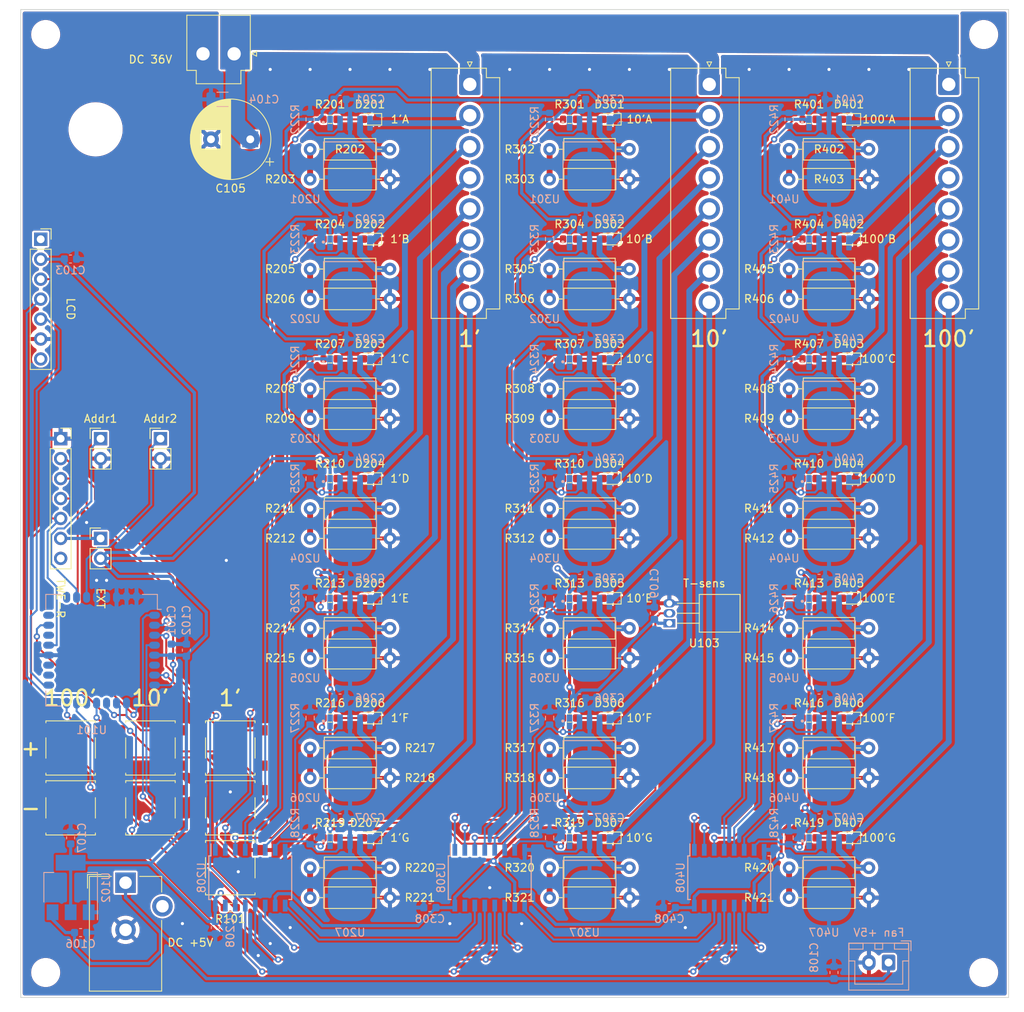
<source format=kicad_pcb>
(kicad_pcb (version 20221018) (generator pcbnew)
  (layers (0 "F.Cu" signal) (31 "B.Cu" signal) (34 "B.Paste" user) (35 "F.Paste" user) (36 "B.SilkS" user "B.Silkscreen") (37 "F.SilkS" user "F.Silkscreen") (38 "B.Mask" user) (39 "F.Mask" user) (44 "Edge.Cuts" user))
  (net 0 "")
  (net 1 "GND")
  (net 2 "+3.3V")
  (net 3 "VDD")
  (net 4 "Net-(D201-Pad2)")
  (net 5 "Net-(D202-Pad2)")
  (net 6 "Net-(D203-Pad2)")
  (net 7 "Net-(D204-Pad2)")
  (net 8 "Net-(D205-Pad2)")
  (net 9 "Net-(D206-Pad2)")
  (net 10 "Net-(D207-Pad2)")
  (net 11 "Net-(D301-Pad2)")
  (net 12 "Net-(D302-Pad2)")
  (net 13 "Net-(D303-Pad2)")
  (net 14 "Net-(D304-Pad2)")
  (net 15 "Net-(D305-Pad2)")
  (net 16 "Net-(D306-Pad2)")
  (net 17 "Net-(D307-Pad2)")
  (net 18 "Net-(D401-Pad2)")
  (net 19 "Net-(D402-Pad2)")
  (net 20 "Net-(D403-Pad2)")
  (net 21 "Net-(D404-Pad2)")
  (net 22 "Net-(D405-Pad2)")
  (net 23 "Net-(D406-Pad2)")
  (net 24 "Net-(D407-Pad2)")
  (net 26 "/RESET")
  (net 27 "/SCL")
  (net 28 "/SDA")
  (net 30 "Net-(J102-Pad6)")
  (net 31 "/add_01")
  (net 32 "/add_02")
  (net 33 "Net-(C106-Pad1)")
  (net 35 "/digitDriver_one/A")
  (net 36 "/digitDriver_one/B")
  (net 37 "/digitDriver_one/C")
  (net 38 "/digitDriver_one/D")
  (net 39 "/digitDriver_one/E")
  (net 40 "/digitDriver_one/F")
  (net 41 "/digitDriver_one/G")
  (net 42 "/digitDriver_ten/A")
  (net 43 "/digitDriver_ten/B")
  (net 44 "/digitDriver_ten/C")
  (net 45 "/digitDriver_ten/D")
  (net 46 "/digitDriver_ten/E")
  (net 47 "/digitDriver_ten/F")
  (net 48 "/digitDriver_ten/G")
  (net 49 "/digitDriver_hun/A")
  (net 50 "/digitDriver_hun/B")
  (net 51 "/digitDriver_hun/C")
  (net 52 "/digitDriver_hun/D")
  (net 53 "/digitDriver_hun/E")
  (net 54 "/digitDriver_hun/F")
  (net 55 "/digitDriver_hun/G")
  (net 56 "/digitDriver_one/QA")
  (net 57 "Net-(R202-Pad1)")
  (net 58 "Net-(R202-Pad2)")
  (net 59 "/digitDriver_one/QB")
  (net 60 "Net-(R205-Pad1)")
  (net 61 "Net-(R205-Pad2)")
  (net 62 "/digitDriver_one/QC")
  (net 63 "Net-(R208-Pad1)")
  (net 64 "Net-(R208-Pad2)")
  (net 65 "/digitDriver_one/QD")
  (net 66 "Net-(R211-Pad1)")
  (net 67 "Net-(R211-Pad2)")
  (net 68 "/digitDriver_one/QE")
  (net 69 "Net-(R214-Pad1)")
  (net 70 "Net-(R214-Pad2)")
  (net 71 "/digitDriver_one/QF")
  (net 72 "Net-(R217-Pad1)")
  (net 73 "Net-(R217-Pad2)")
  (net 74 "/digitDriver_one/QG")
  (net 75 "Net-(R220-Pad1)")
  (net 76 "Net-(R220-Pad2)")
  (net 77 "/digitDriver_ten/QA")
  (net 78 "Net-(R302-Pad1)")
  (net 79 "Net-(R302-Pad2)")
  (net 80 "/digitDriver_ten/QB")
  (net 81 "Net-(R305-Pad1)")
  (net 82 "Net-(R305-Pad2)")
  (net 83 "/digitDriver_ten/QC")
  (net 84 "Net-(R308-Pad1)")
  (net 85 "Net-(R308-Pad2)")
  (net 86 "/digitDriver_ten/QD")
  (net 87 "Net-(R311-Pad1)")
  (net 88 "Net-(R311-Pad2)")
  (net 89 "/digitDriver_ten/QE")
  (net 90 "Net-(R314-Pad1)")
  (net 91 "Net-(R314-Pad2)")
  (net 92 "/digitDriver_ten/QF")
  (net 93 "Net-(R317-Pad1)")
  (net 94 "Net-(R317-Pad2)")
  (net 95 "/digitDriver_ten/QG")
  (net 96 "Net-(R320-Pad1)")
  (net 97 "Net-(R320-Pad2)")
  (net 98 "/digitDriver_hun/QA")
  (net 99 "Net-(R402-Pad1)")
  (net 100 "Net-(R402-Pad2)")
  (net 101 "/digitDriver_hun/QB")
  (net 102 "Net-(R405-Pad1)")
  (net 103 "Net-(R405-Pad2)")
  (net 104 "/digitDriver_hun/QC")
  (net 105 "Net-(R408-Pad1)")
  (net 106 "Net-(R408-Pad2)")
  (net 107 "/digitDriver_hun/QD")
  (net 108 "Net-(R411-Pad1)")
  (net 109 "Net-(R411-Pad2)")
  (net 110 "/digitDriver_hun/QE")
  (net 111 "Net-(R414-Pad1)")
  (net 112 "Net-(R414-Pad2)")
  (net 113 "/digitDriver_hun/QF")
  (net 114 "Net-(R417-Pad1)")
  (net 115 "Net-(R417-Pad2)")
  (net 116 "/digitDriver_hun/QG")
  (net 117 "Net-(R420-Pad1)")
  (net 118 "Net-(R420-Pad2)")
  (net 119 "/PlusOne")
  (net 120 "/MinusOne")
  (net 121 "/PlusTen")
  (net 122 "/MinusTen")
  (net 123 "/PlusHun")
  (net 124 "/MinusHun")
  (net 125 "/SCK")
  (net 126 "/PRG")
  (net 127 "/SI")
  (net 128 "/RCK")
  (net 130 "/TX")
  (net 131 "/RX")
  (net 132 "/_G")
  (net 136 "/ADC1")
  (net 140 "/digitDriver_one/QH")
  (net 142 "/digitDriver_hun/SI")
  (net 144 "/digitDriver_hun/QH")
  (footprint "Connector_PinSocket_2.54mm:PinSocket_1x07_P2.54mm_Vertical" (layer "F.Cu") (at 123.19 67.33)
    (fp_text reference "J101" hide)
    (fp_text value "LCD")
  )
  (footprint "Resistor_THT:R_Axial_DIN0207_L6.3mm_D2.5mm_P10.16mm_Horizontal" (layer "F.Cu") (at 228.6 86.36 180)
    (fp_text reference "R408")
    (fp_text value "0.20")
  )
  (footprint "MountingHole:MountingHole_6.4mm_M6" (layer "F.Cu") (at 130.175 53.34)
    (fp_text reference "H105" hide)
    (fp_text value "MountingHole")
  )
  (footprint "Resistor_THT:R_Axial_DIN0207_L6.3mm_D2.5mm_P10.16mm_Horizontal" (layer "F.Cu") (at 167.64 86.36 180)
    (fp_text reference "R208")
    (fp_text value "0.20")
  )
  (footprint "LED_SMD:LED_0603_1608Metric" (layer "F.Cu") (at 195.58 97.79 180)
    (fp_text reference "D304")
    (fp_text value "LED")
  )
  (footprint "Resistor_THT:R_Axial_DIN0207_L6.3mm_D2.5mm_P10.16mm_Horizontal" (layer "F.Cu") (at 228.6 55.88 180)
    (fp_text reference "R402")
    (fp_text value "0.20")
  )
  (footprint "Resistor_THT:R_Axial_DIN0207_L6.3mm_D2.5mm_P10.16mm_Horizontal" (layer "F.Cu") (at 218.44 105.41)
    (fp_text reference "R412")
    (fp_text value "0.47")
  )
  (footprint "Library:SW_SPST_B3S-1000" (layer "F.Cu") (at 127 132.08)
    (fp_text reference "SW106" hide)
    (fp_text value "SW_Push")
  )
  (footprint "Resistor_SMD:R_0603_1608Metric" (layer "F.Cu") (at 190.5 113.03)
    (fp_text reference "R313")
    (fp_text value "1.2k")
  )
  (footprint "Resistor_SMD:R_0603_1608Metric" (layer "F.Cu") (at 147.32 152.4 180)
    (fp_text reference "R101")
    (fp_text value "10k")
  )
  (footprint "Resistor_SMD:R_0603_1608Metric" (layer "F.Cu") (at 160.02 52.07)
    (fp_text reference "R201")
    (fp_text value "1.2k")
  )
  (footprint "LED_SMD:LED_0603_1608Metric" (layer "F.Cu") (at 195.58 113.03 180)
    (fp_text reference "D305")
    (fp_text value "LED")
  )
  (footprint "Connector_BarrelJack:BarrelJack_CUI_PJ-102AH_Horizontal" (layer "F.Cu") (at 133.985 149.225)
    (fp_text reference "J107" hide)
    (fp_text value "DC+5V")
  )
  (footprint "Resistor_THT:R_Axial_DIN0207_L6.3mm_D2.5mm_P10.16mm_Horizontal" (layer "F.Cu") (at 157.48 59.69)
    (fp_text reference "R203")
    (fp_text value "0.47")
  )
  (footprint "Resistor_THT:R_Axial_DIN0207_L6.3mm_D2.5mm_P10.16mm_Horizontal" (layer "F.Cu") (at 198.12 101.6 180)
    (fp_text reference "R311")
    (fp_text value "0.20")
  )
  (footprint "LED_SMD:LED_0603_1608Metric" (layer "F.Cu") (at 165.1 67.31 180)
    (fp_text reference "D202")
    (fp_text value "LED")
  )
  (footprint "LED_SMD:LED_0603_1608Metric" (layer "F.Cu") (at 226.06 97.79 180)
    (fp_text reference "D404")
    (fp_text value "LED")
  )
  (footprint "Resistor_THT:R_Axial_DIN0207_L6.3mm_D2.5mm_P10.16mm_Horizontal" (layer "F.Cu") (at 198.12 116.84 180)
    (fp_text reference "R314")
    (fp_text value "0.20")
  )
  (footprint "Resistor_THT:R_Axial_DIN0207_L6.3mm_D2.5mm_P10.16mm_Horizontal" (layer "F.Cu") (at 228.6 116.84 180)
    (fp_text reference "R414")
    (fp_text value "0.20")
  )
  (footprint "LED_SMD:LED_0603_1608Metric" (layer "F.Cu") (at 226.06 52.07 180)
    (fp_text reference "D401")
    (fp_text value "LED")
  )
  (footprint "Resistor_THT:R_Axial_DIN0207_L6.3mm_D2.5mm_P10.16mm_Horizontal" (layer "F.Cu") (at 157.48 74.93)
    (fp_text reference "R206")
    (fp_text value "0.47")
  )
  (footprint "LED_SMD:LED_0603_1608Metric" (layer "F.Cu") (at 195.58 128.27 180)
    (fp_text reference "D306")
    (fp_text value "LED")
  )
  (footprint "Capacitor_THT:CP_Radial_D10.0mm_P5.00mm" (layer "F.Cu") (at 149.86 54.61 180)
    (fp_text reference "C105")
    (fp_text value "10u")
  )
  (footprint "Resistor_THT:R_Axial_DIN0207_L6.3mm_D2.5mm_P10.16mm_Horizontal" (layer "F.Cu") (at 167.64 101.6 180)
    (fp_text reference "R211")
    (fp_text value "0.20")
  )
  (footprint "Connector_PinHeader_2.54mm:PinHeader_1x02_P2.54mm_Vertical" (layer "F.Cu") (at 130.81 92.71)
    (fp_text reference "J105" hide)
    (fp_text value "Conn_01x02_Male")
  )
  (footprint "Resistor_THT:R_Axial_DIN0207_L6.3mm_D2.5mm_P10.16mm_Horizontal" (layer "F.Cu") (at 167.64 55.88 180)
    (fp_text reference "R202")
    (fp_text value "0.20")
  )
  (footprint "LED_SMD:LED_0603_1608Metric" (layer "F.Cu") (at 165.1 143.51 180)
    (fp_text reference "D207")
    (fp_text value "LED")
  )
  (footprint "Resistor_SMD:R_0603_1608Metric" (layer "F.Cu") (at 160.02 128.27)
    (fp_text reference "R216")
    (fp_text value "1.2k")
  )
  (footprint "Resistor_THT:R_Axial_DIN0207_L6.3mm_D2.5mm_P10.16mm_Horizontal" (layer "F.Cu") (at 228.6 132.08 180)
    (fp_text reference "R417")
    (fp_text value "0.20")
  )
  (footprint "Resistor_THT:R_Axial_DIN0207_L6.3mm_D2.5mm_P10.16mm_Horizontal" (layer "F.Cu") (at 198.12 71.12 180)
    (fp_text reference "R305")
    (fp_text value "0.20")
  )
  (footprint "Resistor_SMD:R_0603_1608Metric" (layer "F.Cu") (at 220.98 128.27)
    (fp_text reference "R416")
    (fp_text value "1.2k")
  )
  (footprint "Resistor_THT:R_Axial_DIN0207_L6.3mm_D2.5mm_P10.16mm_Horizontal" (layer "F.Cu") (at 198.12 132.08 180)
    (fp_text reference "R317")
    (fp_text value "0.20")
  )
  (footprint "Library:SW_SPST_B3S-1000" (layer "F.Cu") (at 147.32 139.7)
    (fp_text reference "SW103" hide)
    (fp_text value "SW_Push")
  )
  (footprint "Library:SW_SPST_B3S-1000" (layer "F.Cu") (at 127 139.7)
    (fp_text reference "SW107" hide)
    (fp_text value "SW_Push")
  )
  (footprint "Library:SW_SPST_B3S-1000" (layer "F.Cu") (at 137.16 139.7)
    (fp_text reference "SW105" hide)
    (fp_text value "SW_Push")
  )
  (footprint "Resistor_SMD:R_0603_1608Metric" (layer "F.Cu") (at 220.98 82.55)
    (fp_text reference "R407")
    (fp_text value "1.2k")
  )
  (footprint "Resistor_THT:R_Axial_DIN0207_L6.3mm_D2.5mm_P10.16mm_Horizontal" (layer "F.Cu") (at 187.96 120.65)
    (fp_text reference "R315")
    (fp_text value "0.47")
  )
  (footprint "Resistor_THT:R_Axial_DIN0207_L6.3mm_D2.5mm_P10.16mm_Horizontal" (layer "F.Cu") (at 187.96 59.69)
    (fp_text reference "R303")
    (fp_text value "0.47")
  )
  (footprint "Resistor_THT:R_Axial_DIN0207_L6.3mm_D2.5mm_P10.16mm_Horizontal" (layer "F.Cu") (at 218.44 90.17)
    (fp_text reference "R409")
    (fp_text value "0.47")
  )
  (footprint "Resistor_THT:R_Axial_DIN0207_L6.3mm_D2.5mm_P10.16mm_Horizontal" (layer "F.Cu") (at 218.44 74.93)
    (fp_text reference "R406")
    (fp_text value "0.47")
  )
  (footprint "Resistor_THT:R_Axial_DIN0207_L6.3mm_D2.5mm_P10.16mm_Horizontal" (layer "F.Cu") (at 218.44 151.13)
    (fp_text reference "R421")
    (fp_text value "0.47")
  )
  (footprint "MountingHole:MountingHole_3.2mm_M3" (layer "F.Cu") (at 243.205 160.655)
    (fp_text reference "H104" hide)
    (fp_text value "MountingHole")
  )
  (footprint "LED_SMD:LED_0603_1608Metric" (layer "F.Cu") (at 226.06 113.03 180)
    (fp_text reference "D405")
    (fp_text value "LED")
  )
  (footprint "Resistor_SMD:R_0603_1608Metric" (layer "F.Cu") (at 220.98 143.51)
    (fp_text reference "R419")
    (fp_text value "1.2k")
  )
  (footprint "Resistor_SMD:R_0603_1608Metric" (layer "F.Cu") (at 190.5 67.31)
    (fp_text reference "R304")
    (fp_text value "1.2k")
  )
  (footprint "Resistor_SMD:R_0603_1608Metric" (layer "F.Cu") (at 190.5 143.51)
    (fp_text reference "R319")
    (fp_text value "1.2k")
  )
  (footprint "Resistor_THT:R_Axial_DIN0207_L6.3mm_D2.5mm_P10.16mm_Horizontal" (layer "F.Cu") (at 187.96 135.89)
    (fp_text reference "R318")
    (fp_text value "0.47")
  )
  (footprint "Resistor_SMD:R_0603_1608Metric" (layer "F.Cu") (at 160.02 67.31)
    (fp_text reference "R204")
    (fp_text value "1.2k")
  )
  (footprint "Library:SW_SPST_B3S-1000" (layer "F.Cu") (at 137.16 132.08)
    (fp_text reference "SW104" hide)
    (fp_text value "SW_Push")
  )
  (footprint "Resistor_THT:R_Axial_DIN0207_L6.3mm_D2.5mm_P10.16mm_Horizontal" (layer "F.Cu") (at 167.64 132.08 180)
    (fp_text reference "R217")
    (fp_text value "0.20")
  )
  (footprint "Resistor_THT:R_Axial_DIN0207_L6.3mm_D2.5mm_P10.16mm_Horizontal" (layer "F.Cu") (at 187.96 74.93)
    (fp_text reference "R306")
    (fp_text value "0.47")
  )
  (footprint "Resistor_SMD:R_0603_1608Metric" (layer "F.Cu") (at 190.5 128.27)
    (fp_text reference "R316")
    (fp_text value "1.2k")
  )
  (footprint "Resistor_THT:R_Axial_DIN0207_L6.3mm_D2.5mm_P10.16mm_Horizontal" (layer "F.Cu") (at 167.64 116.84 180)
    (fp_text reference "R214")
    (fp_text value "0.20")
  )
  (footprint "Package_TO_SOT_THT:TO-92_Inline_Horizontal1" (layer "F.Cu") (at 203.2 116.205 90)
    (fp_text reference "U103")
    (fp_text value "LM35-LP")
  )
  (footprint "Resistor_THT:R_Axial_DIN0207_L6.3mm_D2.5mm_P10.16mm_Horizontal" (layer "F.Cu") (at 198.12 55.88 180)
    (fp_text reference "R302")
    (fp_text value "0.20")
  )
  (footprint "LED_SMD:LED_0603_1608Metric" (layer "F.Cu") (at 226.06 67.31 180)
    (fp_text reference "D402")
    (fp_text value "LED")
  )
  (footprint "Library:SW_SPST_B3S-1000" (layer "F.Cu") (at 147.32 132.08)
    (fp_text reference "SW102" hide)
    (fp_text value "SW_Push")
  )
  (footprint "Resistor_SMD:R_0603_1608Metric" (layer "F.Cu") (at 220.98 113.03)
    (fp_text reference "R413")
    (fp_text value "1.2k")
  )
  (footprint "Connector_PinHeader_2.54mm:PinHeader_1x02_P2.54mm_Vertical" (layer "F.Cu") (at 138.43 92.71)
    (fp_text reference "J106" hide)
    (fp_text value "Conn_01x02_Male")
  )
  (footprint "Connector_PinHeader_2.54mm:PinHeader_1x02_P2.54mm_Vertical" (layer "F.Cu") (at 130.81 105.41)
    (fp_text reference "J103" hide)
    (fp_text value "Conn_01x02_Male")
  )
  (footprint "Resistor_SMD:R_0603_1608Metric" (layer "F.Cu") (at 190.5 97.79)
    (fp_text reference "R310")
    (fp_text value "1.2k")
  )
  (footprint "Resistor_SMD:R_0603_1608Metric" (layer "F.Cu") (at 190.5 82.55)
    (fp_text reference "R307")
    (fp_text value "1.2k")
  )
  (footprint "Resistor_THT:R_Axial_DIN0207_L6.3mm_D2.5mm_P10.16mm_Horizontal" (layer "F.Cu") (at 157.48 90.17)
    (fp_text reference "R209")
    (fp_text value "0.47")
  )
  (footprint "Library:SW_SPST_B3S-1000" (layer "F.Cu") (at 147.32 147.32)
    (fp_text reference "SW101" hide)
    (fp_text value "SW_Push")
  )
  (footprint "Resistor_THT:R_Axial_DIN0207_L6.3mm_D2.5mm_P10.16mm_Horizontal" (layer "F.Cu") (at 218.44 59.69)
    (fp_text reference "R403")
    (fp_text value "0.47")
  )
  (footprint "Resistor_SMD:R_0603_1608Metric" (layer "F.Cu") (at 220.98 52.07)
    (fp_text reference "R401")
    (fp_text value "1.2k")
  )
  (footprint "LED_SMD:LED_0603_1608Metric" (layer "F.Cu") (at 165.1 82.55 180)
    (fp_text reference "D203")
    (fp_text value "LED")
  )
  (footprint "Resistor_THT:R_Axial_DIN0207_L6.3mm_D2.5mm_P10.16mm_Horizontal" (layer "F.Cu") (at 187.96 90.17)
    (fp_text reference "R309")
    (fp_text value "0.47")
  )
  (footprint "Resistor_SMD:R_0603_1608Metric" (layer "F.Cu") (at 190.5 52.07)
    (fp_text reference "R301")
    (fp_text value "1.2k")
  )
  (footprint "Resistor_THT:R_Axial_DIN0207_L6.3mm_D2.5mm_P10.16mm_Horizontal" (layer "F.Cu") (at 228.6 71.12 180)
    (fp_text reference "R405")
    (fp_text value "0.20")
  )
  (footprint "Resistor_THT:R_Axial_DIN0207_L6.3mm_D2.5mm_P10.16mm_Horizontal" (layer "F.Cu") (at 157.48 120.65)
    (fp_text reference "R215")
    (fp_text value "0.47")
  )
  (footprint "LED_SMD:LED_0603_1608Metric" (layer "F.Cu") (at 165.1 113.03 180)
    (fp_text reference "D205")
    (fp_text value "LED")
  )
  (footprint "Resistor_THT:R_Axial_DIN0207_L6.3mm_D2.5mm_P10.16mm_Horizontal" (layer "F.Cu") (at 157.48 135.89)
    (fp_text reference "R218")
    (fp_text value "0.47")
  )
  (footprint "Connector_JST:JST_VH_B2P-VH_1x02_P3.96mm_Vertical" (layer "F.Cu") (at 147.8075 43.73 180)
    (fp_text reference "J104" hide)
    (fp_text value "Conn_01x02_Male")
  )
  (footprint "Resistor_SMD:R_0603_1608Metric" (layer "F.Cu") (at 220.98 67.31)
    (fp_text reference "R404")
    (fp_text value "1.2k")
  )
  (footprint "MountingHole:MountingHole_3.2mm_M3" (layer "F.Cu") (at 243.205 41.275)
    (fp_text reference "H102" hide)
    (fp_text value "MountingHole")
  )
  (footprint "Resistor_THT:R_Axial_DIN0207_L6.3mm_D2.5mm_P10.16mm_Horizontal" (layer "F.Cu") (at 167.64 71.12 180)
    (fp_text reference "R205")
    (fp_text value "0.20")
  )
  (footprint "MountingHole:MountingHole_3.2mm_M3" (layer "F.Cu") (at 123.825 41.275)
    (fp_text reference "H101" hide)
    (fp_text value "MountingHole")
  )
  (footprint "Resistor_SMD:R_0603_1608Metric" (layer "F.Cu") (at 160.02 97.79)
    (fp_text reference "R210")
    (fp_text value "1.2k")
  )
  (footprint "MountingHole:MountingHole_3.2mm_M3" (layer "F.Cu") (at 123.825 160.655)
    (fp_text reference "H103" hide)
    (fp_text value "MountingHole")
  )
  (footprint "LED_SMD:LED_0603_1608Metric" (layer "F.Cu") (at 195.58 52.07 180)
    (fp_text reference "D301")
    (fp_text value "LED")
  )
  (footprint "Resistor_THT:R_Axial_DIN0207_L6.3mm_D2.5mm_P10.16mm_Horizontal" (layer "F.Cu") (at 157.48 105.41)
    (fp_text reference "R212")
    (fp_text value "0.47")
  )
  (footprint "LED_SMD:LED_0603_1608Metric" (layer "F.Cu") (at 165.1 128.27 180)
    (fp_text reference "D206")
    (fp_text value "LED")
  )
  (footprint "Resistor_THT:R_Axial_DIN0207_L6.3mm_D2.5mm_P10.16mm_Horizontal" (layer "F.Cu") (at 167.64 147.32 180)
    (fp_text reference "R220")
    (fp_text value "0.20")
  )
  (footprint "Resistor_THT:R_Axial_DIN0207_L6.3mm_D2.5mm_P10.16mm_Horizontal" (layer "F.Cu") (at 228.6 101.6 180)
    (fp_text reference "R411")
    (fp_text value "0.20")
  )
  (footprint "Resistor_SMD:R_0603_1608Metric" (layer "F.Cu") (at 160.02 143.51)
    (fp_text reference "R219")
    (fp_text value "1.2k")
  )
  (footprint "Resistor_THT:R_Axial_DIN0207_L6.3mm_D2.5mm_P10.16mm_Horizontal" (layer "F.Cu") (at 218.44 120.65)
    (fp_text reference "R415")
    (fp_text value "0.47")
  )
  (footprint "Resistor_THT:R_Axial_DIN0207_L6.3mm_D2.5mm_P10.16mm_Horizontal" (layer "F.Cu") (at 198.12 147.32 180)
    (fp_text reference "R320")
    (fp_text value "0.20")
  )
  (footprint "Resistor_SMD:R_0603_1608Metric" (layer "F.Cu") (at 220.98 97.79)
    (fp_text reference "R410")
    (fp_text value "1.2k")
  )
  (footprint "LED_SMD:LED_0603_1608Metric" (layer "F.Cu") (at 226.06 143.51 180)
    (fp_text reference "D407")
    (fp_text value "LED")
  )
  (footprint "LED_SMD:LED_0603_1608Metric" (layer "F.Cu") (at 195.58 143.51 180)
    (fp_text reference "D307")
    (fp_text value "LED")
  )
  (footprint "Resistor_SMD:R_0603_1608Metric" (layer "F.Cu") (at 160.02 82.55)
    (fp_text reference "R207")
    (fp_text value "1.2k")
  )
  (footprint "Connector_JST:JST_VH_B8P-VH_1x08_P3.96mm_Vertical" (layer "F.Cu") (at 238.76 47.625 -90)
    (fp_text reference "J110" hide)
    (fp_text value "Conn_01x08_Male")
  )
  (footprint "Resistor_THT:R_Axial_DIN0207_L6.3mm_D2.5mm_P10.16mm_Horizontal" (layer "F.Cu") (at 198.12 86.36 180)
    (fp_text reference "R308")
    (fp_text value "0.20")
  )
  (footprint "Resistor_THT:R_Axial_DIN0207_L6.3mm_D2.5mm_P10.16mm_Horizontal" (layer "F.Cu") (at 187.96 105.41)
    (fp_text reference "R312")
    (fp_text value "0.47")
  )
  (footprint "Resistor_THT:R_Axial_DIN0207_L6.3mm_D2.5mm_P10.16mm_Horizontal" (layer "F.Cu") (at 218.44 135.89)
    (fp_text reference "R418")
    (fp_text value "0.47")
  )
  (footprint "Connector_JST:JST_VH_B8P-VH_1x08_P3.96mm_Vertical" (layer "F.Cu") (at 208.28 47.625 -90)
    (fp_text reference "J109" hide)
    (fp_text value "Conn_01x08_Male")
  )
  (footprint "LED_SMD:LED_0603_1608Metric" (layer "F.Cu") (at 165.1 52.07 180)
    (fp_text reference "D201")
    (fp_text value "LED")
  )
  (footprint "LED_SMD:LED_0603_1608Metric" (layer "F.Cu") (at 195.58 82.55 180)
    (fp_text reference "D303")
    (fp_text value "LED")
  )
  (footprint "LED_SMD:LED_0603_1608Metric" (layer "F.Cu") (at 165.1 97.79 180)
    (fp_text reference "D204")
    (fp_text value "LED")
  )
  (footprint "Resistor_SMD:R_0603_1608Metric" (layer "F.Cu") (at 160.02 113.03)
    (fp_text reference "R213")
    (fp_text value "1.2k")
  )
  (footprint "LED_SMD:LED_0603_1608Metric" (layer "F.Cu") (at 226.06 82.55 180)
    (fp_text reference "D403")
    (fp_text value "LED")
  )
  (footprint "LED_SMD:LED_0603_1608Metric" (layer "F.Cu") (at 226.06 128.27 180)
    (fp_text reference "D406")
    (fp_text value "LED")
  )
  (footprint "Connector_JST:JST_VH_B8P-VH_1x08_P3.96mm_Vertical" (layer "F.Cu") (at 177.8 47.625 -90)
    (fp_text reference "J108" hide)
    (fp_text value "Conn_01x08_Male")
  )
  (footprint "LED_SMD:LED_0603_1608Metric" (layer "F.Cu") (at 195.58 67.31 180)
    (fp_text reference "D302")
    (fp_text value "LED")
  )
  (footprint "Resistor_THT:R_Axial_DIN0207_L6.3mm_D2.5mm_P10.16mm_Horizontal" (layer "F.Cu") (at 187.96 151.13)
    (fp_text reference "R321")
    (fp_text value "0.47")
  )
  (footprint "Connector_PinSocket_2.54mm:PinSocket_1x07_P2.54mm_Vertical" (layer "F.Cu") (at 125.73 92.71)
    (fp_text reference "J102" hide)
    (fp_text value "Conn_01x07_Female")
  )
  (footprint "Resistor_THT:R_Axial_DIN0207_L6.3mm_D2.5mm_P10.16mm_Horizontal" (layer "F.Cu") (at 157.48 151.13)
    (fp_text reference "R221")
    (fp_text value "0.47")
  )
  (footprint "Resistor_THT:R_Axial_DIN0207_L6.3mm_D2.5mm_P10.16mm_Horizontal" (layer "F.Cu") (at 228.6 147.32 180)
    (fp_text reference "R420")
    (fp_text value "0.20")
  )
  (footprint "Resistor_SMD:R_0603_1608Metric" (layer "B.Cu") (at 187.96 143.51 90)
    (fp_text reference "R328")
    (fp_text value "1.2k")
  )
  (footprint "Capacitor_SMD:C_0603_1608Metric" (layer "B.Cu") (at 222.25 110.49)
    (fp_text reference "C405")
    (fp_text value "0.1u")
  )
  (footprint "Capacitor_SMD:C_0603_1608Metric" (layer "B.Cu") (at 222.25 140.97)
    (fp_text reference "C407")
    (fp_text value "0.1u")
  )
  (footprint "NJW4617DL3-TE1:DPAK127P968X238-6N" (layer "B.Cu") (at 162.56 133.35)
    (fp_text reference "U206")
    (fp_text value "NJW4617DL3-TE1")
  )
  (footprint "Resistor_SMD:R_0603_1608Metric" (layer "B.Cu") (at 218.44 97.79 90)
    (fp_text reference "R425")
    (fp_text value "1.2k")
  )
  (footprint "Resistor_SMD:R_0603_1608Metric" (layer "B.Cu") (at 218.44 113.03 90)
    (fp_text reference "R426")
    (fp_text value "1.2k")
  )
  (footprint "NJW4617DL3-TE1:DPAK127P968X238-6N" (layer "B.Cu") (at 162.56 118.11)
    (fp_text reference "U205")
    (fp_text value "NJW4617DL3-TE1")
  )
  (footprint "Capacitor_SMD:C_0603_1608Metric" (layer "B.Cu") (at 141.732 119.634 -90)
    (fp_text reference "C102")
    (fp_text value "10u")
  )
  (footprint "NJW4617DL3-TE1:DPAK127P968X238-6N" (layer "B.Cu") (at 193.04 102.87)
    (fp_text reference "U304")
    (fp_text value "NJW4617DL3-TE1")
  )
  (footprint "Capacitor_SMD:C_0603_1608Metric" (layer "B.Cu") (at 222.25 49.53)
    (fp_text reference "C401")
    (fp_text value "0.1u")
  )
  (footprint "NJW4617DL3-TE1:DPAK127P968X238-6N" (layer "B.Cu") (at 162.56 87.63)
    (fp_text reference "U203")
    (fp_text value "NJW4617DL3-TE1")
  )
  (footprint "Capacitor_SMD:C_0603_1608Metric" (layer "B.Cu") (at 139.827 119.634 -90)
    (fp_text reference "C101")
    (fp_text value "0.1u")
  )
  (footprint "RF_Module:MonoWireless_TWE-L-WX" (layer "B.Cu") (at 130.937 119.634 180)
    (fp_text reference "U101")
    (fp_text value "MW-R-WX")
  )
  (footprint "Resistor_SMD:R_0603_1608Metric" (layer "B.Cu") (at 187.96 113.03 90)
    (fp_text reference "R326")
    (fp_text value "1.2k")
  )
  (footprint "NJW4617DL3-TE1:DPAK127P968X238-6N" (layer "B.Cu") (at 162.56 102.87)
    (fp_text reference "U204")
    (fp_text value "NJW4617DL3-TE1")
  )
  (footprint "Resistor_SMD:R_0603_1608Metric" (layer "B.Cu") (at 187.96 128.27 90)
    (fp_text reference "R327")
    (fp_text value "1.2k")
  )
  (footprint "NJW4617DL3-TE1:DPAK127P968X238-6N" (layer "B.Cu") (at 162.56 72.39)
    (fp_text reference "U202")
    (fp_text value "NJW4617DL3-TE1")
  )
  (footprint "Capacitor_SMD:C_0603_1608Metric" (layer "B.Cu") (at 161.29 95.25)
    (fp_text reference "C204")
    (fp_text value "0.1u")
  )
  (footprint "Capacitor_SMD:C_0603_1608Metric" (layer "B.Cu") (at 222.25 80.01)
    (fp_text reference "C403")
    (fp_text value "0.1u")
  )
  (footprint "Resistor_SMD:R_0603_1608Metric" (layer "B.Cu") (at 187.96 97.79 90)
    (fp_text reference "R325")
    (fp_text value "1.2k")
  )
  (footprint "Capacitor_SMD:C_0603_1608Metric" (layer "B.Cu") (at 161.29 49.53)
    (fp_text reference "C201")
    (fp_text value "0.1u")
  )
  (footprint "Capacitor_SMD:C_0603_1608Metric" (layer "B.Cu") (at 191.77 80.01)
    (fp_text reference "C303")
    (fp_text value "0.1u")
  )
  (footprint "Resistor_SMD:R_0603_1608Metric" (layer "B.Cu") (at 157.48 143.51 90)
    (fp_text reference "R228")
    (fp_text value "1.2k")
  )
  (footprint "Capacitor_SMD:C_0603_1608Metric" (layer "B.Cu") (at 161.29 140.97)
    (fp_text reference "C207")
    (fp_text value "0.1u")
  )
  (footprint "NJW4617DL3-TE1:DPAK127P968X238-6N" (layer "B.Cu") (at 162.56 148.59)
    (fp_text reference "U207")
    (fp_text value "NJW4617DL3-TE1")
  )
  (footprint "NJW4617DL3-TE1:DPAK127P968X238-6N" (layer "B.Cu") (at 223.52 72.39)
    (fp_text reference "U402")
    (fp_text value "NJW4617DL3-TE1")
  )
  (footprint "Capacitor_SMD:C_0603_1608Metric" (layer "B.Cu") (at 191.77 49.53)
    (fp_text reference "C301")
    (fp_text value "0.1u")
  )
  (footprint "Capacitor_SMD:C_0603_1608Metric" (layer "B.Cu") (at 126.975 69.85)
    (fp_text reference "C103")
    (fp_text value "0.1u")
  )
  (footprint "Capacitor_SMD:C_0603_1608Metric" (layer "B.Cu") (at 203.2 152.4)
    (fp_text reference "C408")
    (fp_text value "0.1u")
  )
  (footprint "Capacitor_SMD:C_0603_1608Metric" (layer "B.Cu") (at 222.25 64.77)
    (fp_text reference "C402")
    (fp_text value "0.1u")
  )
  (footprint "NJW4617DL3-TE1:DPAK127P968X238-6N" (layer "B.Cu") (at 193.04 72.39)
    (fp_text reference "U302")
    (fp_text value "NJW4617DL3-TE1")
  )
  (footprint "NJW4617DL3-TE1:DPAK127P968X238-6N" (layer "B.Cu") (at 223.52 133.35)
    (fp_text reference "U406")
    (fp_text value "NJW4617DL3-TE1")
  )
  (footprint "Resistor_SMD:R_0603_1608Metric" (layer "B.Cu") (at 218.44 143.51 90)
    (fp_text reference "R428")
    (fp_text value "1.2k")
  )
  (footprint "Resistor_SMD:R_0603_1608Metric" (layer "B.Cu") (at 157.48 82.55 90)
    (fp_text reference "R224")
    (fp_text value "1.2k")
  )
  (footprint "Capacitor_SMD:C_0603_1608Metric" (layer "B.Cu") (at 191.77 64.77)
    (fp_text reference "C302")
    (fp_text value "0.1u")
  )
  (footprint "Package_SO:SOIC-16W_5.3x10.2mm_P1.27mm" (layer "B.Cu") (at 180.34 148.59 -90)
    (fp_text reference "U308")
    (fp_text value "74HC595")
  )
  (footprint "NJW4617DL3-TE1:DPAK127P968X238-6N" (layer "B.Cu") (at 223.52 118.11)
    (fp_text reference "U405")
    (fp_text value "NJW4617DL3-TE1")
  )
  (footprint "Resistor_SMD:R_0603_1608Metric" (layer "B.Cu") (at 218.44 82.55 90)
    (fp_text reference "R424")
    (fp_text value "1.2k")
  )
  (footprint "NJW4617DL3-TE1:DPAK127P968X238-6N" (layer "B.Cu") (at 193.04 118.11)
    (fp_text reference "U305")
    (fp_text value "NJW4617DL3-TE1")
  )
  (footprint "Capacitor_SMD:C_0603_1608Metric" (layer "B.Cu") (at 161.29 80.01)
    (fp_text reference "C203")
    (fp_text value "0.1u")
  )
  (footprint "Resistor_SMD:R_0603_1608Metric" (layer "B.Cu") (at 157.48 97.79 90)
    (fp_text reference "R225")
    (fp_text value "1.2k")
  )
  (footprint "Package_TO_SOT_SMD:SOT-223-3_TabPin2" (layer "B.Cu") (at 127 149.835 90)
    (fp_text reference "U102")
    (fp_text value "LM1117-3.3")
  )
  (footprint "Capacitor_SMD:C_0603_1608Metric" (layer "B.Cu") (at 201.295 114.935 -90)
    (fp_text reference "C109")
    (fp_text value "0.1u")
  )
  (footprint "NJW4617DL3-TE1:DPAK127P968X238-6N" (layer "B.Cu") (at 193.04 148.59)
    (fp_text reference "U307")
    (fp_text value "NJW4617DL3-TE1")
  )
  (footprint "NJW4617DL3-TE1:DPAK127P968X238-6N" (layer "B.Cu") (at 223.52 102.87)
    (fp_text reference "U404")
    (fp_text value "NJW4617DL3-TE1")
  )
  (footprint "NJW4617DL3-TE1:DPAK127P968X238-6N" (layer "B.Cu") (at 193.04 57.15)
    (fp_text reference "U301")
    (fp_text value "NJW4617DL3-TE1")
  )
  (footprint "NJW4617DL3-TE1:DPAK127P968X238-6N" (layer "B.Cu") (at 223.52 87.63)
    (fp_text reference "U403")
    (fp_text value "NJW4617DL3-TE1")
  )
  (footprint "NJW4617DL3-TE1:DPAK127P968X238-6N" (layer "B.Cu") (at 223.52 148.59)
    (fp_text reference "U407")
    (fp_text value "NJW4617DL3-TE1")
  )
  (footprint "Capacitor_SMD:C_0603_1608Metric" (layer "B.Cu") (at 222.25 95.25)
    (fp_text reference "C404")
    (fp_text value "0.1u")
  )
  (footprint "Capacitor_SMD:C_0603_1608Metric" (layer "B.Cu") (at 222.25 125.73)
    (fp_text reference "C406")
    (fp_text value "0.1u")
  )
  (footprint "Capacitor_SMD:C_0603_1608Metric" (layer "B.Cu") (at 161.29 125.73)
    (fp_text reference "C206")
    (fp_text value "0.1u")
  )
  (footprint "Resistor_SMD:R_0603_1608Metric" (layer "B.Cu") (at 157.48 113.03 90)
    (fp_text reference "R226")
    (fp_text value "1.2k")
  )
  (footprint "Package_SO:SOIC-16W_5.3x10.2mm_P1.27mm" (layer "B.Cu") (at 149.86 148.59 -90)
    (fp_text reference "U208")
    (fp_text value "74HC595")
  )
  (footprint "Capacitor_SMD:C_0603_1608Metric" (layer "B.Cu") (at 161.29 110.49)
    (fp_text reference "C205")
    (fp_text value "0.1u")
  )
  (footprint "Resistor_SMD:R_0603_1608Metric" (layer "B.Cu") (at 157.48 67.31 90)
    (fp_text reference "R223")
    (fp_text value "1.2k")
  )
  (footprint "Capacitor_SMD:C_1206_3216Metric" (layer "B.Cu") (at 146.3325 49.53 180)
    (fp_text reference "C104")
    (fp_text value "0.1u")
  )
  (footprint "Resistor_SMD:R_0603_1608Metric" (layer "B.Cu") (at 187.96 82.55 90)
    (fp_text reference "R324")
    (fp_text value "1.2k")
  )
  (footprint "Package_SO:SOIC-16W_5.3x10.2mm_P1.27mm" (layer "B.Cu") (at 210.82 148.59 -90)
    (fp_text reference "U408")
    (fp_text value "74HC595")
  )
  (footprint "Capacitor_SMD:C_0603_1608Metric" (layer "B.Cu") (at 172.72 152.4)
    (fp_text reference "C308")
    (fp_text value "0.1u")
  )
  (footprint "Connector_JST:JST_XH_B2B-XH-A_1x02_P2.50mm_Vertical" (layer "B.Cu") (at 231.1 159.385 180)
    (fp_text reference "J111" hide)
    (fp_text value "Conn_01x02_Male")
  )
  (footprint "Capacitor_SMD:C_0603_1608Metric" (layer "B.Cu") (at 224.155 160.655 90)
    (fp_text reference "C108")
    (fp_text value "10u")
  )
  (footprint "Capacitor_SMD:C_0603_1608Metric" (layer "B.Cu") (at 145.415 154.94 90)
    (fp_text reference "C208")
    (fp_text value "0.1u")
  )
  (footprint "Resistor_SMD:R_0603_1608Metric" (layer "B.Cu") (at 218.44 128.27 90)
    (fp_text reference "R427")
    (fp_text value "1.2k")
  )
  (footprint "Resistor_SMD:R_0603_1608Metric" (layer "B.Cu") (at 218.44 67.31 90)
    (fp_text reference "R423")
    (fp_text value "1.2k")
  )
  (footprint "Capacitor_SMD:C_0603_1608Metric" (layer "B.Cu") (at 191.77 95.25)
    (fp_text reference "C304")
    (fp_text value "0.1u")
  )
  (footprint "Capacitor_SMD:C_0603_1608Metric" (layer "B.Cu") (at 128.27 155.575)
    (fp_text reference "C106")
    (fp_text value "10u")
  )
  (footprint "NJW4617DL3-TE1:DPAK127P968X238-6N" (layer "B.Cu") (at 193.04 133.35)
    (fp_text reference "U306")
    (fp_text value "NJW4617DL3-TE1")
  )
  (footprint "Resistor_SMD:R_0603_1608Metric" (layer "B.Cu") (at 218.44 52.07 90)
    (fp_text reference "R422")
    (fp_text value "1.2k")
  )
  (footprint "Capacitor_SMD:C_0603_1608Metric" (layer "B.Cu") (at 127 143.51 90)
    (fp_text reference "C107")
    (fp_text value "10u")
  )
  (footprint "NJW4617DL3-TE1:DPAK127P968X238-6N" (layer "B.Cu") (at 193.04 87.63)
    (fp_text reference "U303")
    (fp_text value "NJW4617DL3-TE1")
  )
  (footprint "NJW4617DL3-TE1:DPAK127P968X238-6N" (layer "B.Cu") (at 162.56 57.15)
    (fp_text reference "U201")
    (fp_text value "NJW4617DL3-TE1")
  )
  (footprint "Resistor_SMD:R_0603_1608Metric" (layer "B.Cu") (at 157.48 52.07 90)
    (fp_text reference "R222")
    (fp_text value "1.2k")
  )
  (footprint "Capacitor_SMD:C_0603_1608Metric" (layer "B.Cu") (at 191.77 110.49)
    (fp_text reference "C305")
    (fp_text value "0.1u")
  )
  (footprint "Resistor_SMD:R_0603_1608Metric" (layer "B.Cu") (at 157.48 128.27 90)
    (fp_text reference "R227")
    (fp_text value "1.2k")
  )
  (footprint "NJW4617DL3-TE1:DPAK127P968X238-6N" (layer "B.Cu") (at 223.52 57.15)
    (fp_text reference "U401")
    (fp_text value "NJW4617DL3-TE1")
  )
  (footprint "Resistor_SMD:R_0603_1608Metric" (layer "B.Cu") (at 187.96 52.07 90)
    (fp_text reference "R322")
    (fp_text value "1.2k")
  )
  (footprint "Capacitor_SMD:C_0603_1608Metric" (layer "B.Cu") (at 191.77 125.73)
    (fp_text reference "C306")
    (fp_text value "0.1u")
  )
  (footprint "Resistor_SMD:R_0603_1608Metric" (layer "B.Cu") (at 187.96 67.31 90)
    (fp_text reference "R323")
    (fp_text value "1.2k")
  )
  (footprint "Capacitor_SMD:C_0603_1608Metric" (layer "B.Cu") (at 161.29 64.77)
    (fp_text reference "C202")
    (fp_text value "0.1u")
  )
  (footprint "Capacitor_SMD:C_0603_1608Metric" (layer "B.Cu") (at 191.77 140.97)
    (fp_text reference "C307")
    (fp_text value "0.1u")
  )
  (gr_line (start 246.38 163.83) (end 120.65 163.83) (stroke (width 0.1)) (layer "Edge.Cuts"))
  (gr_line (start 120.65 163.83) (end 120.65 38.1) (stroke (width 0.1)) (layer "Edge.Cuts"))
  (gr_line (start 120.65 38.1) (end 246.38 38.1) (stroke (width 0.1)) (layer "Edge.Cuts"))
  (gr_line (start 246.38 38.1) (end 246.38 163.83) (stroke (width 0.1)) (layer "Edge.Cuts"))
  (gr_text "Fan +5V" (at 229.87 155.575) (layer "B.SilkS") (effects (font (size 1 1)) (justify mirror)))
  (gr_text "100'B" (at 229.87 67.31) (layer "F.SilkS") (effects (font (size 1 1))))
  (gr_text "+" (at 121.92 132.08) (layer "F.SilkS") (effects (font (size 2 2) (thickness 0.3))))
  (gr_text "10'" (at 208.28 80.01) (layer "F.SilkS") (effects (font (size 2 2) (thickness 0.3))))
  (gr_text "DC 36V" (at 137.16 44.45) (layer "F.SilkS") (effects (font (size 1 1))))
  (gr_text "1'" (at 177.8 80.01) (layer "F.SilkS") (effects (font (size 2 2) (thickness 0.3))))
  (gr_text "TWE-R" (at 125.73 113.03 270) (layer "F.SilkS") (effects (font (size 1 1))))
  (gr_text "1'G" (at 168.91 143.51) (layer "F.SilkS") (effects (font (size 1 1))))
  (gr_text "Addr1" (at 130.81 90.17) (layer "F.SilkS") (effects (font (size 1 1))))
  (gr_text "EXT" (at 130.81 113.03 270) (layer "F.SilkS") (effects (font (size 1 1))))
  (gr_text "100'E" (at 229.87 113.03) (layer "F.SilkS") (effects (font (size 1 1))))
  (gr_text "LCD" (at 127 76.2 270) (layer "F.SilkS") (effects (font (size 1 1))))
  (gr_text "1'D" (at 168.91 97.79) (layer "F.SilkS") (effects (font (size 1 1))))
  (gr_text "100'G" (at 229.87 143.51) (layer "F.SilkS") (effects (font (size 1 1))))
  (gr_text "1'F" (at 168.91 128.27) (layer "F.SilkS") (effects (font (size 1 1))))
  (gr_text "DC +5V" (at 142.24 156.845) (layer "F.SilkS") (effects (font (size 1 1))))
  (gr_text "Addr2" (at 138.43 90.17) (layer "F.SilkS") (effects (font (size 1 1))))
  (gr_text "10'D" (at 199.39 97.79) (layer "F.SilkS") (effects (font (size 1 1))))
  (gr_text "100'A" (at 229.87 52.07) (layer "F.SilkS") (effects (font (size 1 1))))
  (gr_text "1'B" (at 168.91 67.31) (layer "F.SilkS") (effects (font (size 1 1))))
  (gr_text "100'F" (at 229.87 128.27) (layer "F.SilkS") (effects (font (size 1 1))))
  (gr_text "-" (at 121.92 139.7) (layer "F.SilkS") (effects (font (size 2 2) (thickness 0.3))))
  (gr_text "1'C" (at 168.91 82.55) (layer "F.SilkS") (effects (font (size 1 1))))
  (gr_text "10'A" (at 199.39 52.07) (layer "F.SilkS") (effects (font (size 1 1))))
  (gr_text "10'B" (at 199.39 67.31) (layer "F.SilkS") (effects (font (size 1 1))))
  (gr_text "10'C" (at 199.39 82.55) (layer "F.SilkS") (effects (font (size 1 1))))
  (gr_text "100'D" (at 229.87 97.79) (layer "F.SilkS") (effects (font (size 1 1))))
  (gr_text "1'E" (at 168.91 113.03) (layer "F.SilkS") (effects (font (size 1 1))))
  (gr_text "10'F" (at 199.39 128.27) (layer "F.SilkS") (effects (font (size 1 1))))
  (gr_text "100'" (at 238.76 80.01) (layer "F.SilkS") (effects (font (size 2 2) (thickness 0.3))))
  (gr_text "T-sens" (at 207.645 111.125) (layer "F.SilkS") (effects (font (size 1 1))))
  (gr_text "1'A" (at 168.91 52.07) (layer "F.SilkS") (effects (font (size 1 1))))
  (gr_text "100'" (at 127 125.73) (layer "F.SilkS") (effects (font (size 2 2) (thickness 0.3))))
  (gr_text "10'G" (at 199.39 143.51) (layer "F.SilkS") (effects (font (size 1 1))))
  (gr_text "100'C" (at 229.87 82.55) (layer "F.SilkS") (effects (font (size 1 1))))
  (gr_text "10'E" (at 199.39 113.03) (layer "F.SilkS") (effects (font (size 1 1))))
  (gr_text "10'" (at 137.16 125.73) (layer "F.SilkS") (effects (font (size 2 2) (thickness 0.3))))
  (gr_text "1'" (at 147.32 125.73) (layer "F.SilkS") (effects (font (size 2 2) (thickness 0.3))))
  (via (at 203.2 45.72) (size 0.8) (drill 0.4) (layers "F.Cu" "B.Cu") (net 1))
  (via (at 152.4 45.72) (size 0.8) (drill 0.4) (layers "F.Cu" "B.Cu") (net 1))
  (via (at 175.26 154.432) (size 0.8) (drill 0.4) (layers "F.Cu" "B.Cu") (net 1))
  (via (at 218.44 45.72) (size 0.8) (drill 0.4) (layers "F.Cu" "B.Cu") (net 1))
  (via (at 147.32 137.668) (size 0.8) (drill 0.4) (layers "F.Cu" "B.Cu") (net 1))
  (via (at 154.94 154.94) (size 0.8) (drill 0.4) (layers "F.Cu" "B.Cu") (net 1))
  (via (at 162.56 45.72) (size 0.8) (drill 0.4) (layers "F.Cu" "B.Cu") (net 1))
  (via (at 157.48 45.72) (size 0.8) (drill 0.4) (layers "F.Cu" "B.Cu") (net 1))
  (via (at 141.224 154.432) (size 0.8) (drill 0.4) (layers "F.Cu" "B.Cu") (net 1))
  (via (at 205.232 154.94) (size 0.8) (drill 0.4) (layers "F.Cu" "B.Cu") (net 1))
  (via (at 184.404 154.432) (size 0.8) (drill 0.4) (layers "F.Cu" "B.Cu") (net 1))
  (via (at 198.12 45.72) (size 0.8) (drill 0.4) (layers "F.Cu" "B.Cu") (net 1))
  (via (at 193.04 45.72) (size 0.8) (drill 0.4) (layers "F.Cu" "B.Cu") (net 1))
  (via (at 180.34 149.86) (size 0.8) (drill 0.4) (layers "F.Cu" "B.Cu") (net 1))
  (via (at 182.88 45.72) (size 0.8) (drill 0.4) (layers "F.Cu" "B.Cu") (net 1))
  (via (at 187.96 45.72) (size 0.8) (drill 0.4) (layers "F.Cu" "B.Cu") (net 1))
  (via (at 172.72 45.72) (size 0.8) (drill 0.4) (layers "F.Cu" "B.Cu") (net 1))
  (via (at 146.812 108.204) (size 0.8) (drill 0.4) (layers "F.Cu" "B.Cu") (net 1))
  (via (at 131.572 110.744) (size 0.8) (drill 0.4) (layers "F.Cu" "B.Cu") (net 1))
  (via (at 150.876 158.496) (size 0.8) (drill 0.4) (layers "F.Cu" "B.Cu") (net 1))
  (via (at 228.6 45.72) (size 0.8) (drill 0.4) (layers "F.Cu" "B.Cu") (net 1))
  (via (at 223.52 45.72) (size 0.8) (drill 0.4) (layers "F.Cu" "B.Cu") (net 1))
  (via (at 152.4 156.972) (size 0.8) (drill 0.4) (layers "F.Cu" "B.Cu") (net 1))
  (via (at 213.36 45.72) (size 0.8) (drill 0.4) (layers "F.Cu" "B.Cu") (net 1))
  (via (at 233.68 45.72) (size 0.8) (drill 0.4) (layers "F.Cu" "B.Cu") (net 1))
  (via (at 148.336 147.828) (size 0.8) (drill 0.4) (layers "F.Cu" "B.Cu") (net 1))
  (via (at 130.302 110.744) (size 0.8) (drill 0.4) (layers "F.Cu" "B.Cu") (net 1))
  (via (at 167.64 45.72) (size 0.8) (drill 0.4) (layers "F.Cu" "B.Cu") (net 1))
  (via (at 129.032 103.378) (size 0.8) (drill 0.4) (layers "F.Cu" "B.Cu") (net 1))
  (segment (start 190.5 124.333) (end 190.5 138.176) (width 0.4) (layer "F.Cu") (net 2))
  (segment (start 160.02 111.252) (end 160.02 96.52) (width 0.4) (layer "F.Cu") (net 2))
  (segment (start 160.02 139.192) (end 159.512 139.7) (width 0.4) (layer "F.Cu") (net 2))
  (segment (start 160.02 96.52) (end 158.75 95.25) (width 0.4) (layer "F.Cu") (net 2))
  (segment (start 220.98 139.192) (end 220.98 124.46) (width 0.4) (layer "F.Cu") (net 2))
  (segment (start 180.8223 146.3463) (end 180.8223 146.4738) (width 0.4) (layer "F.Cu") (net 2))
  (segment (start 158.496 109.728) (end 160.02 111.252) (width 0.4) (layer "F.Cu") (net 2))
  (segment (start 190.5 110.744) (end 190.5 124.333) (width 0.4) (layer "F.Cu") (net 2))
  (segment (start 220.472 139.7) (end 220.98 139.192) (width 0.4) (layer "F.Cu") (net 2))
  (segment (start 160.02 142.3627) (end 167.9107 142.3627) (width 0.4) (layer "F.Cu") (net 2))
  (segment (start 190.5 138.176) (end 189.484 139.192) (width 0.4) (layer "F.Cu") (net 2))
  (segment (start 167.9107 142.3627) (end 171.8943 146.3463) (width 0.4) (layer "F.Cu") (net 2))
  (segment (start 171.8943 146.3463) (end 180.8223 146.3463) (width 0.4) (layer "F.Cu") (net 2))
  (segment (start 146.1031 150.552) (end 147.9511 152.4) (width 0.4) (layer "F.Cu") (net 2))
  (segment (start 160.02 124.587) (end 160.02 139.192) (width 0.4) (layer "F.Cu") (net 2))
  (segment (start 217.424 145.796) (end 217.424 142.748) (width 0.4) (layer "F.Cu") (net 2))
  (segment (start 220.98 124.46) (end 220.98 110.744) (width 0.4) (layer "F.Cu") (net 2))
  (segment (start 217.424 142.748) (end 220.472 139.7) (width 0.4) (layer "F.Cu") (net 2))
  (segment (start 180.8223 146.3463) (end 184.9286 142.24) (width 0.4) (layer "F.Cu") (net 2))
  (segment (start 184.9286 142.24) (end 190.5 142.24) (width 0.4) (layer "F.Cu") (net 2))
  (segment (start 147.9511 152.4) (end 148.145 152.4) (width 0.4) (layer "F.Cu") (net 2))
  (segment (start 220.98 110.744) (end 219.964 109.728) (width 0.4) (layer "F.Cu") (net 2))
  (segment (start 188.976 109.22) (end 190.5 110.744) (width 0.4) (layer "F.Cu") (net 2))
  (segment (start 160.02 111.252) (end 160.02 124.587) (width 0.4) (layer "F.Cu") (net 2))
  (via (at 188.976 109.22) (size 0.8) (drill 0.4) (layers "F.Cu" "B.Cu") (net 2))
  (via (at 146.1031 150.552) (size 0.8) (drill 0.4) (layers "F.Cu" "B.Cu") (net 2))
  (via (at 189.484 139.192) (size 0.8) (drill 0.4) (layers "F.Cu" "B.Cu") (net 2))
  (via (at 180.8223 146.4738) (size 0.8) (drill 0.4) (layers "F.Cu" "B.Cu") (net 2))
  (via (at 220.98 124.46) (size 0.8) (drill 0.4) (layers "F.Cu" "B.Cu") (net 2))
  (via (at 160.02 124.587) (size 0.8) (drill 0.4) (layers "F.Cu" "B.Cu") (net 2))
  (via (at 158.75 95.25) (size 0.8) (drill 0.4) (layers "F.Cu" "B.Cu") (net 2))
  (via (at 219.964 109.728) (size 0.8) (drill 0.4) (layers "F.Cu" "B.Cu") (net 2))
  (via (at 217.424 145.796) (size 0.8) (drill 0.4) (layers "F.Cu" "B.Cu") (net 2))
  (via (at 190.5 124.333) (size 0.8) (drill 0.4) (layers "F.Cu" "B.Cu") (net 2))
  (via (at 190.5 142.24) (size 0.8) (drill 0.4) (layers "F.Cu" "B.Cu") (net 2))
  (via (at 160.02 142.3627) (size 0.8) (drill 0.4) (layers "F.Cu" "B.Cu") (net 2))
  (via (at 159.512 139.7) (size 0.8) (drill 0.4) (layers "F.Cu" "B.Cu") (net 2))
  (via (at 220.472 139.7) (size 0.8) (drill 0.4) (layers "F.Cu" "B.Cu") (net 2))
  (via (at 158.496 109.728) (size 0.8) (drill 0.4) (layers "F.Cu" "B.Cu") (net 2))
  (segment (start 169.8843 49.6091) (end 190.9159 49.6091) (width 0.4) (layer "B.Cu") (net 2))
  (segment locked (start 160.02 95.745) (end 160.02 97.79) (width 0.4) (layer "B.Cu") (net 2))
  (segment (start 183.515 152.14) (end 183.515 151.1773) (width 0.4) (layer "B.Cu") (net 2))
  (segment (start 221.475 65.037) (end 219.202 67.31) (width 0.4) (layer "B.Cu") (net 2))
  (segment (start 215.011 84.836) (end 215.011 91.059) (width 0.4) (layer "B.Cu") (net 2))
  (segment (start 155.702 64.77) (end 160.515 64.77) (width 0.4) (layer "B.Cu") (net 2))
  (segment (start 191.008 110.503) (end 190.995 110.49) (width 0.4) (layer "B.Cu") (net 2))
  (segment (start 220.98 142.748) (end 221.488 142.24) (width 0.4) (layer "B.Cu") (net 2))
  (segment locked (start 141.732 120.288594) (end 141.732 120.409) (width 0.4) (layer "B.Cu") (net 2))
  (segment (start 192.0188 124.7062) (end 194.139234 124.7062) (width 0.4) (layer "B.Cu") (net 2))
  (segment (start 127 146.685) (end 137.007 146.685) (width 0.4) (layer "B.Cu") (net 2))
  (segment (start 160.515 140.97) (end 160.515 140.703) (width 0.4) (layer "B.Cu") (net 2))
  (segment (start 221.488 127) (end 221.488 125.743) (width 0.4) (layer "B.Cu") (net 2))
  (segment (start 183.896 74.168) (end 187.96 78.232) (width 0.4) (layer "B.Cu") (net 2))
  (segment (start 189.217 78.232) (end 190.995 80.01) (width 0.4) (layer "B.Cu") (net 2))
  (segment (start 221.488 140.983) (end 221.475 140.97) (width 0.4) (layer "B.Cu") (net 2))
  (segment (start 185.674 150.368) (end 184.3243 150.368) (width 0.4) (layer "B.Cu") (net 2))
  (segment locked (start 130.81 107.95) (end 133.096 110.236) (width 0.4) (layer "B.Cu") (net 2))
  (segment (start 221.475 125.73) (end 221.475 124.955) (width 0.4) (layer "B.Cu") (net 2))
  (segment (start 187.706 64.77) (end 184.404 61.468) (width 0.4) (layer "B.Cu") (net 2))
  (segment (start 220.98 83.04) (end 220.98 81.788) (width 0.4) (layer "B.Cu") (net 2))
  (segment (start 159.0461 154.686) (end 171.209 154.686) (width 0.4) (layer "B.Cu") (net 2))
  (segment (start 145.415 154.165) (end 144.487 154.165) (width 0.4) (layer "B.Cu") (net 2))
  (segment locked (start 137.672 120.269) (end 141.592 120.269) (width 0.4) (layer "B.Cu") (net 2))
  (segment (start 193.028883 48.655) (end 191.87 48.655) (width 0.4) (layer "B.Cu") (net 2))
  (segment (start 217.297 82.55) (end 215.011 84.836) (width 0.4) (layer "B.Cu") (net 2))
  (segment (start 156.21 82.55) (end 154.178 84.582) (width 0.4) (layer "B.Cu") (net 2))
  (segment (start 215.7987 91.8467) (end 219.202 95.25) (width 0.4) (layer "B.Cu") (net 2))
  (segment (start 175.895 152.14) (end 175.895 151.0647) (width 0.4) (layer "B.Cu") (net 2))
  (segment locked (start 206.248 152.4) (end 206.375 152.273) (width 0.4) (layer "B.Cu") (net 2))
  (segment (start 201.85 154.525) (end 188.7551 154.525) (width 0.4) (layer "B.Cu") (net 2))
  (segment (start 168.5285 48.2533) (end 169.8843 49.6091) (width 0.4) (layer "B.Cu") (net 2))
  (segment (start 151.6145 68.8575) (end 155.702 64.77) (width 0.4) (layer "B.Cu") (net 2))
  (segment (start 221.475 80.277) (end 219.202 82.55) (width 0.4) (layer "B.Cu") (net 2))
  (segment locked (start 144.272 117.748594) (end 141.732 120.288594) (width 0.4) (layer "B.Cu") (net 2))
  (segment (start 188.976 109.22) (end 190.246 110.49) (width 0.4) (layer "B.Cu") (net 2))
  (segment (start 220.98 81.788) (end 221.488 81.28) (width 0.4) (layer "B.Cu") (net 2))
  (segment (start 203.2 116.205) (end 202.1247 116.205) (width 0.4) (layer "B.Cu") (net 2))
  (segment (start 137.007 146.685) (end 137.147 146.825) (width 0.4) (layer "B.Cu") (net 2))
  (segment (start 186.436 67.31) (end 183.896 69.85) (width 0.4) (layer "B.Cu") (net 2))
  (segment (start 154.178 84.582) (end 154.178 88.913) (width 0.4) (layer "B.Cu") (net 2))
  (segment (start 185.0063 95.25) (end 190.995 95.25) (width 0.4) (layer "B.Cu") (net 2))
  (segment (start 220.98 113.52) (end 220.98 112.268) (width 0.4) (layer "B.Cu") (net 2))
  (segment (start 215.392 54.229) (end 217.551 52.07) (width 0.4) (layer "B.Cu") (net 2))
  (segment (start 221.488 81.28) (end 221.488 80.023) (width 0.4) (layer "B.Cu") (net 2))
  (segment (start 221.488 96.52) (end 221.488 95.263) (width 0.4) (layer "B.Cu") (net 2))
  (segment (start 219.202 95.25) (end 221.475 95.25) (width 0.4) (layer "B.Cu") (net 2))
  (segment (start 160.528 81.28) (end 160.528 80.023) (width 0.4) (layer "B.Cu") (net 2))
  (segment (start 190.5 128.76) (end 190.5 127.508) (width 0.4) (layer "B.Cu") (net 2))
  (segment (start 191.008 125.743) (end 190.995 125.73) (width 0.4) (layer "B.Cu") (net 2))
  (segment locked (start 123.19 69.87) (end 126.18 69.87) (width 0.4) (layer "B.Cu") (net 2))
  (segment (start 160.02 83.04) (end 160.02 81.788) (width 0.4) (layer "B.Cu") (net 2))
  (segment locked (start 203.975 152.4) (end 206.248 152.4) (width 0.4) (layer "B.Cu") (net 2))
  (segment (start 221.475 140.97) (end 221.475 140.703) (width 0.4) (layer "B.Cu") (net 2))
  (segment (start 191.008 64.783) (end 190.995 64.77) (width 0.4) (layer "B.Cu") (net 2))
  (segment locked (start 160.02 141.465) (end 160.02 144) (width 0.4) (layer "B.Cu") (net 2))
  (segment (start 190.995 64.77) (end 187.706 64.77) (width 0.4) (layer "B.Cu") (net 2))
  (segment (start 160.02 113.52) (end 160.02 112.268) (width 0.4) (layer "B.Cu") (net 2))
  (segment (start 158.496 109.728) (end 159.753 109.728) (width 0.4) (layer "B.Cu") (net 2))
  (segment (start 190.246 110.49) (end 190.995 110.49) (width 0.4) (layer "B.Cu") (net 2))
  (segment (start 160.515 80.01) (end 154.3863 80.01) (width 0.4) (layer "B.Cu") (net 2))
  (segment (start 201.295 115.71) (end 201.79 116.205) (width 0.4) (layer "B.Cu") (net 2))
  (segment (start 221.488 142.24) (end 221.488 140.983) (width 0.4) (layer "B.Cu") (net 2))
  (segment (start 159.004 51.044528) (end 159.004 51.562) (width 0.4) (layer "B.Cu") (net 2))
  (segment (start 221.475 65.291) (end 221.475 64.77) (width 0.4) (layer "B.Cu") (net 2))
  (segment (start 220.98 97.028) (end 221.488 96.52) (width 0.4) (layer "B.Cu") (net 2))
  (segment (start 158.75 95.25) (end 152.716738 95.25) (width 0.4) (layer "B.Cu") (net 2))
  (segment (start 160.528 111.76) (end 160.528 110.503) (width 0.4) (layer "B.Cu") (net 2))
  (segment (start 159.004 51.562) (end 158.496 52.07) (width 0.4) (layer "B.Cu") (net 2))
  (segment (start 160.515 49.53) (end 160.515 49.533528) (width 0.4) (layer "B.Cu") (net 2))
  (segment (start 180.4859 146.4738) (end 175.895 151.0647) (width 0.4) (layer "B.Cu") (net 2))
  (segment (start 220.98 127.508) (end 221.488 127) (width 0.4) (layer "B.Cu") (net 2))
  (segment (start 145.415 151.2401) (end 145.415 152.14) (width 0.4) (layer "B.Cu") (net 2))
  (segment (start 193.9132 49.6091) (end 193.9132 49.539317) (width 0.4) (layer "B.Cu") (net 2))
  (segment (start 158.496 52.07) (end 155.956 52.07) (width 0.4) (layer "B.Cu") (net 2))
  (segment (start 146.1031 150.552) (end 145.415 151.2401) (width 0.4) (layer "B.Cu") (net 2))
  (segment (start 160.515 125.73) (end 160.515 125.082) (width 0.4) (layer "B.Cu") (net 2))
  (segment locked (start 126.18 69.87) (end 126.2 69.85) (width 0.4) (layer "B.Cu") (net 2))
  (segment (start 155.956 52.07) (end 154.432 53.594) (width 0.4) (layer "B.Cu") (net 2))
  (segment (start 182.88 93.1237) (end 182.88 83.82) (width 0.4) (layer "B.Cu") (net 2))
  (segment (start 190.5 51.308) (end 191.008 50.8) (width 0.4) (layer "B.Cu") (net 2))
  (segment (start 184.404 54.825) (end 187.159 52.07) (width 0.4) (layer "B.Cu") (net 2))
  (segment (start 187.159 52.07) (end 188.468 52.07) (width 0.4) (layer "B.Cu") (net 2))
  (segment (start 160.528 49.543) (end 160.515 49.53) (width 0.4) (layer "B.Cu") (net 2))
  (segment (start 182.88 83.82) (end 186.69 80.01) (width 0.4) (layer "B.Cu") (net 2))
  (segment (start 182.88 93.1237) (end 185.0063 95.25) (width 0.4) (layer "B.Cu") (net 2))
  (segment (start 221.488 110.503) (end 221.475 110.49) (width 0.4) (layer "B.Cu") (net 2))
  (segment (start 160.515 95.25) (end 158.75 95.25) (width 0.4) (layer "B.Cu") (net 2))
  (segment locked (start 160.515 64.77) (end 160.02 65.265) (width 0.4) (layer "B.Cu") (net 2))
  (segment locked (start 190.5 95.745) (end 190.995 95.25) (width 0.4) (layer "B.Cu") (net 2))
  (segment (start 190.995 140.97) (end 190.995 140.703) (width 0.4) (layer "B.Cu") (net 2))
  (segment (start 160.528 50.8) (end 160.528 49.543) (width 0.4) (layer "B.Cu") (net 2))
  (segment (start 160.02 52.56) (end 160.02 51.308) (width 0.4) (layer "B.Cu") (net 2))
  (segment (start 160.515 49.533528) (end 159.004 51.044528) (width 0.4) (layer "B.Cu") (net 2))
  (segment (start 218.694 64.77) (end 215.392 61.468) (width 0.4) (layer "B.Cu") (net 2))
  (segment (start 154.9821 150.622) (end 159.0461 154.686) (width 0.4) (layer "B.Cu") (net 2))
  (segment locked (start 141.592 120.269) (end 141.732 120.409) (width 0.4) (layer "B.Cu") (net 2))
  (segment (start 191.87 48.655) (end 190.995 49.53) (width 0.4) (layer "B.Cu") (net 2))
  (segment (start 130.81 107.95) (end 140.016738 107.95) (width 0.4) (layer "B.Cu") (net 2))
  (segment (start 214.884 69.215) (end 216.789 67.31) (width 0.4) (layer "B.Cu") (net 2))
  (segment (start 153.416 150.622) (end 154.9821 150.622) (width 0.4) (layer "B.Cu") (net 2))
  (segment (start 201.8588 154.5162) (end 203.975 152.4) (width 0.4) (layer "B.Cu") (net 2))
  (segment (start 220.98 98.28) (end 220.98 97.028) (width 0.4) (layer "B.Cu") (net 2))
  (segment locked (start 175.635 152.4) (end 175.895 152.14) (width 0.4) (layer "B.Cu") (net 2))
  (segment (start 190.995 64.77) (end 190.6205 65.1445) (width 0.4) (layer "B.Cu") (net 2))
  (segment (start 135.128 107.188) (end 142.748 99.568) (width 0.4) (layer "B.Cu") (net 2))
  (segment (start 219.202 82.55) (end 217.297 82.55) (width 0.4) (layer "B.Cu") (net 2))
  (segment (start 191.008 127) (end 191.008 125.743) (width 0.4) (layer "B.Cu") (net 2))
  (segment (start 190.5 66.548) (end 191.008 66.04) (width 0.4) (layer "B.Cu") (net 2))
  (segment locked (start 137.147 146.825) (end 141.732 142.24) (width 0.4) (layer "B.Cu") (net 2))
  (segment (start 221.488 50.8) (end 221.488 49.543) (width 0.4) (layer "B.Cu") (net 2))
  (segment (start 220.98 51.308) (end 221.488 50.8) (width 0.4) (layer "B.Cu") (net 2))
  (segment locked (start 206.375 152.273) (end 206.375 152.14) (width 0.4) (layer "B.Cu") (net 2))
  (segment (start 188.458528 67.31) (end 186.436 67.31) (width 0.4) (layer "B.Cu") (net 2))
  (segment (start 220.713 109.728) (end 221.475 110.49) (width 0.4) (layer "B.Cu") (net 2))
  (segment (start 183.515 152.14) (end 183.515 149.1665) (width 0.4) (layer "B.Cu") (net 2))
  (segment (start 159.753 109.728) (end 160.515 110.49) (width 0.4) (layer "B.Cu") (net 2))
  (segment (start 220.49 52.07) (end 220.98 52.56) (width 0.4) (layer "B.Cu") (net 2))
  (segment (start 215.392 61.468) (end 215.392 54.229) (width 0.4) (layer "B.Cu") (net 2))
  (segment (start 190.995 125.73) (end 190.995 124.828) (width 0.4) (layer "B.Cu") (net 2))
  (segment (start 191.008 66.04) (end 191.008 64.783) (width 0.4) (layer "B.Cu") (net 2))
  (segment (start 190.5 127.508) (end 191.008 127) (width 0.4) (layer "B.Cu") (net 2))
  (segment locked (start 160.515 95.25) (end 160.02 95.745) (width 0.4) (layer "B.Cu") (net 2))
  (segment (start 131.572 107.188) (end 135.128 107.188) (width 0.4) (layer "B.Cu") (net 2))
  (segment (start 126.2 69.85) (end 126.2 70.32) (width 0.25) (layer "B.Cu") (net 2))
  (segment (start 191.008 111.76) (end 191.008 110.503) (width 0.4) (layer "B.Cu") (net 2))
  (segment (start 168.5285 48.2533) (end 161.7917 48.2533) (width 0.4) (layer "B.Cu") (net 2))
  (segment (start 154.3863 80.01) (end 151.6145 77.2382) (width 0.4) (layer "B.Cu") (net 2))
  (segment (start 160.02 127.508) (end 160.528 127) (width 0.4) (layer "B.Cu") (net 2))
  (segment (start 183.515 149.1665) (end 180.8223 146.4738) (width 0.4) (layer "B.Cu") (net 2))
  (segment (start 193.9132 49.6091) (end 221.3959 49.6091) (width 0.4) (layer "B.Cu") (net 2))
  (segment (start 221.488 64.783) (end 221.475 64.77) (width 0.4) (layer "B.Cu") (net 2))
  (segment (start 142.748 86.868) (end 126.2 70.32) (width 0.4) (layer "B.Cu") (net 2))
  (segment locked (start 133.096 110.236) (end 139.7 110.236) (width 0.4) (layer "B.Cu") (net 2))
  (segment (start 160.02 97.79) (end 160.02 98.28) (width 0.4) (layer "B.Cu") (net 2))
  (segment (start 221.475 80.01) (end 221.475 80.277) (width 0.4) (layer "B.Cu") (net 2))
  (segment (start 144.487 154.165) (end 137.147 146.825) (width 0.4) (layer "B.Cu") (net 2))
  (segment (start 130.81 107.95) (end 131.572 107.188) (width 0.4) (layer "B.Cu") (net 2))
  (segment (start 190.5 52.56) (end 190.5 51.308) (width 0.4) (layer "B.Cu") (net 2))
  (segment (start 213.995 152.14) (end 213.995 149.225) (width 0.4) (layer "B.Cu") (net 2))
  (segment (start 221.488 49.543) (end 221.475 49.53) (width 0.4) (layer "B.Cu") (net 2))
  (segment (start 221.475 124.955) (end 220.98 124.46) (width 0.4) (layer "B.Cu") (net 2))
  (segment (start 206.375 152.14) (end 206.375 151.003) (width 0.4) (layer "B.Cu") (net 2))
  (segment (start 154.432 53.594) (end 154.432 58.687) (width 0.4) (layer "B.Cu") (net 2))
  (segment (start 190.995 49.543) (end 190.995 49.53) (width 0.4) (layer "B.Cu") (net 2))
  (segment (start 221.475 64.77) (end 218.694 64.77) (width 0.4) (layer "B.Cu") (net 2))
  (segment (start 160.528 80.023) (end 160.515 80.01) (width 0.4) (layer "B.Cu") (net 2))
  (segment (start 180.8223 146.4738) (end 180.4859 146.4738) (width 0.4) (layer "B.Cu") (net 2))
  (segment (start 219.964 109.728) (end 220.713 109.728) (width 0.4) (layer "B.Cu") (net 2))
  (segment (start 151.6145 77.2382) (end 151.6145 68.8575) (width 0.4) (layer "B.Cu") (net 2))
  (segment locked (start 160.02 65.265) (end 160.02 67.8) (width 0.4) (layer "B.Cu") (net 2))
  (segment (start 185.928 150.622) (end 185.674 150.368) (width 0.4) (layer "B.Cu") (net 2))
  (segment (start 160.528 125.743) (end 160.515 125.73) (width 0.4) (layer "B.Cu") (net 2))
  (segment (start 220.98 112.268) (end 221.488 111.76) (width 0.4) (layer "B.Cu") (net 2))
  (segment (start 221.488 111.76) (end 221.488 110.503) (width 0.4) (layer "B.Cu") (net 2))
  (segment (start 160.02 51.308) (end 160.528 50.8) (width 0.4) (layer "B.Cu") (net 2))
  (segment (start 221.488 80.023) (end 221.475 80.01) (width 0.4) (layer "B.Cu") (net 2))
  (segment (start 196.8608 120.1442) (end 201.295 115.71) (width 0.4) (layer "B.Cu") (net 2))
  (segment (start 213.106 150.368) (end 213.995 151.257) (width 0.4) (layer "B.Cu") (net 2))
  (segment (start 206.375 151.003) (end 207.01 150.368) (width 0.4) (layer "B.Cu") (net 2))
  (segment locked (start 145.415 154.165) (end 145.415 152.14) (width 0.4) (layer "B.Cu") (net 2))
  (segment locked (start 141.732 142.24) (end 141.732 120.409) (width 0.4) (layer "B.Cu") (net 2))
  (segment (start 190.5 113.52) (end 190.5 112.268) (width 0.4) (layer "B.Cu") (net 2))
  (segment (start 194.139234 124.7062) (end 196.8608 121.984634) (width 0.4) (layer "B.Cu") (net 2))
  (segment (start 190.9159 49.6091) (end 190.995 49.53) (width 0.4) (layer "B.Cu") (net 2))
  (segment (start 188.468 52.07) (end 190.995 49.543) (width 0.4) (layer "B.Cu") (net 2))
  (segment (start 221.475 140.703) (end 220.472 139.7) (width 0.4) (layer "B.Cu") (net 2))
  (segment (start 221.488 125.743) (end 221.475 125.73) (width 0.4) (layer "B.Cu") (net 2))
  (segment (start 160.515 125.082) (end 160.02 124.587) (width 0.4) (layer "B.Cu") (net 2))
  (segment (start 154.432 58.687) (end 160.515 64.77) (width 0.4) (layer "B.Cu") (net 2))
  (segment locked (start 190.5 98.28) (end 190.5 95.745) (width 0.4) (layer "B.Cu") (net 2))
  (segment (start 190.995 140.703) (end 189.484 139.192) (width 0.4) (layer "B.Cu") (net 2))
  (segment (start 221.475 80.01) (end 217.678 80.01) (width 0.4) (layer "B.Cu") (net 2))
  (segment (start 160.528 110.503) (end 160.515 110.49) (width 0.4) (layer "B.Cu") (net 2))
  (segment (start 190.995 125.73) (end 192.0188 124.7062) (width 0.4) (layer "B.Cu") (net 2))
  (segment (start 196.8608 121.984634) (end 196.8608 120.1442) (width 0.4) (layer "B.Cu") (net 2))
  (segment locked (start 173.495 152.4) (end 175.635 152.4) (width 0.4) (layer "B.Cu") (net 2))
  (segment (start 127 144.285) (end 127 152.985) (width 0.4) (layer "B.Cu") (net 2))
  (segment (start 190.6205 65.148028) (end 188.458528 67.31) (width 0.4) (layer "B.Cu") (net 2))
  (segment (start 201.79 116.205) (end 202.1247 116.205) (width 0.4) (layer "B.Cu") (net 2))
  (segment (start 221.488 66.04) (end 221.488 64.783) (width 0.4) (layer "B.Cu") (net 2))
  (segment (start 221.488 95.263) (end 221.475 95.25) (width 0.4) (layer "B.Cu") (net 2))
  (segment (start 153.035 152.14) (end 153.035 151.003) (width 0.4) (layer "B.Cu") (net 2))
  (segment (start 142.748 99.568) (end 142.748 86.868) (width 0.4) (layer "B.Cu") (net 2))
  (segment (start 220.98 144) (end 220.98 142.748) (width 0.4) (layer "B.Cu") (net 2))
  (segment (start 185.928 151.6979) (end 185.928 150.622) (width 0.4) (layer "B.Cu") (net 2))
  (segment (start 153.035 151.003) (end 153.416 150.622) (width 0.4) (layer "B.Cu") (net 2))
  (segment (start 220.98 52.56) (end 220.98 51.308) (width 0.4) (layer "B.Cu") (net 2))
  (segment (start 217.551 52.07) (end 220.49 52.07) (width 0.4) (layer "B.Cu") (net 2))
  (segment locked (start 144.272 114.808) (end 144.272 117.748594) (width 0.4) (layer "B.Cu") (net 2))
  (segment (start 183.896 69.85) (end 183.896 74.168) (width 0.4) (layer "B.Cu") (net 2))
  (segment (start 190.5 112.268) (end 191.008 111.76) (width 0.4) (layer "B.Cu") (net 2))
  (segment (start 220.98 128.76) (end 220.98 127.508) (width 0.4) (layer "B.Cu") (net 2))
  (segment (start 160.02 112.268) (end 160.528 111.76) (width 0.4) (layer "B.Cu") (net 2))
  (segment (start 220.98 66.548) (end 221.488 66.04) (width 0.4) (layer "B.Cu") (net 2))
  (segment (start 193.9132 49.539317) (end 193.028883 48.655) (width 0.4) (layer "B.Cu") (net 2))
  (segment (start 190.5 67.8) (end 190.5 66.548) (width 0.4) (layer "B.Cu") (net 2))
  (segment (start 220.98 67.8) (end 220.98 66.548) (width 0.4) (layer "B.Cu") (net 2))
  (segment (start 154.178 88.913) (end 160.515 95.25) (width 0.4) (layer "B.Cu") (net 2))
  (segment (start 191.008 50.8) (end 191.008 49.543) (width 0.4) (layer "B.Cu") (net 2))
  (segment (start 215.011 91.059) (end 215.7987 91.8467) (width 0.4) (layer "B.Cu") (net 2))
  (segment (start 152.716738 95.25) (end 140.016738 107.95) (width 0.4) (layer "B.Cu") (net 2))
  (segment (start 161.7917 48.2533) (end 160.515 49.53) (width 0.4) (layer "B.Cu") (net 2))
  (segment (start 160.02 83.04) (end 159.53 82.55) (width 0.4) (layer "B.Cu") (net 2))
  (segment (start 160.02 128.76) (end 160.02 127.508) (width 0.4) (layer "B.Cu") (net 2))
  (segment (start 184.3243 150.368) (end 183.515 151.1773) (width 0.4) (layer "B.Cu") (net 2))
  (segment (start 186.69 80.01) (end 190.995 80.01) (width 0.4) (layer "B.Cu") (net 2))
  (segment (start 217.678 80.01) (end 214.884 77.216) (width 0.4) (layer "B.Cu") (net 2))
  (segment (start 207.01 150.368) (end 213.106 150.368) (width 0.4) (layer "B.Cu") (net 2))
  (segment (start 159.53 82.55) (end 156.21 82.55) (width 0.4) (layer "B.Cu") (net 2))
  (segment (start 190.995 124.828) (end 190.5 124.333) (width 0.4) (layer "B.Cu") (net 2))
  (segment (start 221.475 64.77) (end 221.475 65.037) (width 0.4) (layer "B.Cu") (net 2))
  (segment (start 216.789 67.31) (end 219.202 67.31) (width 0.4) (layer "B.Cu") (net 2))
  (segment (start 213.995 149.225) (end 217.424 145.796) (width 0.4) (layer "B.Cu") (net 2))
  (segment locked (start 139.7 110.236) (end 144.272 114.808) (width 0.4) (layer "B.Cu") (net 2))
  (segment locked (start 190.5 80.505) (end 190.995 80.01) (width 0.4) (layer "B.Cu") (net 2))
  (segment locked (start 190.5 83.04) (end 190.5 80.505) (width 0.4) (layer "B.Cu") (net 2))
  (segment (start 184.404 61.468) (end 184.404 54.825) (width 0.4) (layer "B.Cu") (net 2))
  (segment (start 213.995 151.257) (end 213.995 152.14) (width 0.4) (layer "B.Cu") (net 2))
  (segment (start 160.528 127) (end 160.528 125.743) (width 0.4) (layer "B.Cu") (net 2))
  (segment locked (start 160.515 140.97) (end 160.02 141.465) (width 0.4) (layer "B.Cu") (net 2))
  (segment (start 191.008 49.543) (end 190.995 49.53) (width 0.4) (layer "B.Cu") (net 2))
  (segment (start 188.7551 154.525) (end 185.928 151.6979) (width 0.4) (layer "B.Cu") (net 2))
  (segment (start 160.02 81.788) (end 160.528 81.28) (width 0.4) (layer "B.Cu") (net 2))
  (segment (start 221.3959 49.6091) (end 221.475 49.53) (width 0.4) (layer "B.Cu") (net 2))
  (segment locked (start 190.5 141.465) (end 190.5 144) (width 0.4) (layer "B.Cu") (net 2))
  (segment (start 187.96 78.232) (end 189.217 78.232) (width 0.4) (layer "B.Cu") (net 2))
  (segment (start 214.884 77.216) (end 214.884 69.215) (width 0.4) (layer "B.Cu") (net 2))
  (segment (start 160.515 140.703) (end 159.512 139.7) (width 0.4) (layer "B.Cu") (net 2))
  (segment locked (start 190.995 140.97) (end 190.5 141.465) (width 0.4) (layer "B.Cu") (net 2))
  (segment (start 171.209 154.686) (end 173.495 152.4) (width 0.4) (layer "B.Cu") (net 2))
  (segment (start 236.22 41.91) (end 205.74 41.91) (width 2.5) (layer "F.Cu") (net 3))
  (segment locked (start 208.28 44.45) (end 205.74 41.91) (width 2.5) (layer "F.Cu") (net 3))
  (segment (start 149.628 41.91) (end 147.808 43.73) (width 2.5) (layer "F.Cu") (net 3))
  (segment (start 238.76 44.45) (end 236.22 41.91) (width 2.5) (layer "F.Cu") (net 3))
  (segment locked (start 177.8 44.45) (end 175.26 41.91) (width 2.5) (layer "F.Cu") (net 3))
  (segment locked (start 208.28 47.625) (end 208.28 44.45) (width 2.5) (layer "F.Cu") (net 3))
  (segment locked (start 177.8 47.625) (end 177.8 44.45) (width 2.5) (layer "F.Cu") (net 3))
  (segment (start 205.74 41.91) (end 175.26 41.91) (width 2.5) (layer "F.Cu") (net 3))
  (segment (start 238.76 47.625) (end 238.76 44.45) (width 2.5) (layer "F.Cu") (net 3))
  (segment (start 175.26 41.91) (end 149.628 41.91) (width 2.5) (layer "F.Cu") (net 3))
  (segment (start 236.22 41.91) (end 205.74 41.91) (width 2.5) (layer "B.Cu") (net 3))
  (segment (start 238.76 47.625) (end 238.76 44.45) (width 2.5) (layer "B.Cu") (net 3))
  (segment (start 147.955 52.705) (end 147.955 43.8775) (width 2.5) (layer "B.Cu") (net 3))
  (segment locked (start 177.8 44.45) (end 175.26 41.91) (width 2.5) (layer "B.Cu") (net 3))
  (segment (start 205.74 41.91) (end 175.26 41.91) (width 2.5) (layer "B.Cu") (net 3))
  (segment locked (start 208.28 44.45) (end 205.74 41.91) (width 2.5) (layer "B.Cu") (net 3))
  (segment (start 149.628 41.91) (end 147.808 43.73) (width 2.5) (layer "B.Cu") (net 3))
  (segment (start 238.76 44.45) (end 236.22 41.91) (width 2.5) (layer "B.Cu") (net 3))
  (segment locked (start 208.28 47.625) (end 208.28 44.45) (width 2.5) (layer "B.Cu") (net 3))
  (segment (start 147.955 43.8775) (end 147.8075 43.73) (width 2.5) (layer "B.Cu") (net 3))
  (segment (start 149.86 54.61) (end 147.955 52.705) (width 2.5) (layer "B.Cu") (net 3))
  (segment (start 175.26 41.91) (end 149.628 41.91) (width 2.5) (layer "B.Cu") (net 3))
  (segment locked (start 177.8 47.625) (end 177.8 44.45) (width 2.5) (layer "B.Cu") (net 3))
  (segment (start 164.3125 52.07) (end 160.845 52.07) (width 0.25) (layer "F.Cu") (net 4))
  (segment (start 160.845 67.31) (end 164.3125 67.31) (width 0.25) (layer "F.Cu") (net 5))
  (segment (start 160.845 82.55) (end 164.3125 82.55) (width 0.25) (layer "F.Cu") (net 6))
  (segment (start 164.3125 97.79) (end 160.845 97.79) (width 0.25) (layer "F.Cu") (net 7))
  (segment (start 160.845 113.03) (end 164.3125 113.03) (width 0.25) (layer "F.Cu") (net 8))
  (segment (start 164.3125 128.27) (end 160.845 128.27) (width 0.25) (layer "F.Cu") (net 9))
  (segment (start 160.845 143.51) (end 164.3125 143.51) (width 0.25) (layer "F.Cu") (net 10))
  (segment (start 194.7925 52.07) (end 191.325 52.07) (width 0.25) (layer "F.Cu") (net 11))
  (segment (start 194.7925 67.31) (end 191.325 67.31) (width 0.25) (layer "F.Cu") (net 12))
  (segment (start 194.7925 82.55) (end 191.325 82.55) (width 0.25) (layer "F.Cu") (net 13))
  (segment (start 191.325 97.79) (end 194.7925 97.79) (width 0.25) (layer "F.Cu") (net 14))
  (segment (start 194.7925 113.03) (end 191.325 113.03) (width 0.25) (layer "F.Cu") (net 15))
  (segment (start 191.325 128.27) (end 194.7925 128.27) (width 0.25) (layer "F.Cu") (net 16))
  (segment (start 194.7925 143.51) (end 191.325 143.51) (width 0.25) (layer "F.Cu") (net 17))
  (segment (start 221.805 52.07) (end 225.2725 52.07) (width 0.25) (layer "F.Cu") (net 18))
  (segment (start 221.805 67.31) (end 225.2725 67.31) (width 0.25) (layer "F.Cu") (net 19))
  (segment (start 225.2725 82.55) (end 221.805 82.55) (width 0.25) (layer "F.Cu") (net 20))
  (segment (start 221.805 97.79) (end 225.2725 97.79) (width 0.25) (layer "F.Cu") (net 21))
  (segment (start 221.805 113.03) (end 225.2725 113.03) (width 0.25) (layer "F.Cu") (net 22))
  (segment (start 225.2725 128.27) (end 221.805 128.27) (width 0.25) (layer "F.Cu") (net 23))
  (segment (start 225.2725 143.51) (end 221.805 143.51) (width 0.25) (layer "F.Cu") (net 24))
  (segment (start 132.0754 136.6653) (end 132.0754 138.3004) (width 0.25) (layer "F.Cu") (net 26))
  (segment (start 132.0754 138.3004) (end 143.345 149.57) (width 0.25) (layer "F.Cu") (net 26))
  (segment (start 131.1697 136.4747) (end 131.8848 136.4747) (width 0.25) (layer "F.Cu") (net 26))
  (segment (start 124.5547 72.5994) (end 124.3653 72.41) (width 0.25) (layer "F.Cu") (net 26))
  (segment (start 124.5975 129.9025) (end 131.1697 136.4747) (width 0.25) (layer "F.Cu") (net 26))
  (segment (start 131.8848 136.4747) (end 132.0754 136.6653) (width 0.25) (layer "F.Cu") (net 26))
  (segment (start 124.5547 102.87) (end 124.5547 72.5994) (width 0.25) (layer "F.Cu") (net 26))
  (segment (start 121.9654 126.4481) (end 124.5975 129.0802) (width 0.25) (layer "F.Cu") (net 26))
  (segment (start 143.665 149.57) (end 146.495 152.4) (width 0.25) (layer "F.Cu") (net 26))
  (segment (start 124.5975 129.0802) (end 124.5975 129.9025) (width 0.25) (layer "F.Cu") (net 26))
  (segment (start 143.345 149.57) (end 143.665 149.57) (width 0.25) (layer "F.Cu") (net 26))
  (segment (start 143.7268 149.57) (end 143.345 149.57) (width 0.25) (layer "F.Cu") (net 26))
  (segment (start 121.9654 105.4593) (end 121.9654 126.4481) (width 0.25) (layer "F.Cu") (net 26))
  (segment (start 124.5547 102.87) (end 121.9654 105.4593) (width 0.25) (layer "F.Cu") (net 26))
  (segment (start 123.19 72.41) (end 124.3653 72.41) (width 0.25) (layer "F.Cu") (net 26))
  (segment (start 125.73 102.87) (end 124.5547 102.87) (width 0.25) (layer "F.Cu") (net 26))
  (segment (start 124.202 118.999) (end 125.2273 118.999) (width 0.25) (layer "B.Cu") (net 26))
  (segment (start 125.2273 111.5645) (end 124.0762 110.4134) (width 0.25) (layer "B.Cu") (net 26))
  (segment (start 125.2273 118.999) (end 125.2273 111.5645) (width 0.25) (layer "B.Cu") (net 26))
  (segment (start 124.0762 110.4134) (end 124.0762 104.5238) (width 0.25) (layer "B.Cu") (net 26))
  (segment (start 124.0762 104.5238) (end 125.73 102.87) (width 0.25) (layer "B.Cu") (net 26))
  (segment (start 129.032 125.919) (end 128.456196 125.343196) (width 0.25) (layer "B.Cu") (net 27))
  (segment (start 121.412 76.728) (end 123.19 74.95) (width 0.25) (layer "B.Cu") (net 27))
  (segment (start 123.8045 125.343196) (end 121.412 122.950696) (width 0.25) (layer "B.Cu") (net 27))
  (segment (start 129.032 126.369) (end 129.032 125.919) (width 0.25) (layer "B.Cu") (net 27))
  (segment (start 128.456196 125.343196) (end 123.8045 125.343196) (width 0.25) (layer "B.Cu") (net 27))
  (segment (start 121.412 122.950696) (end 121.412 76.728) (width 0.25) (layer "B.Cu") (net 27))
  (segment (start 123.571 124.079) (end 121.92 122.428) (width 0.25) (layer "B.Cu") (net 28))
  (segment (start 122.682 86.614) (end 125.476 83.82) (width 0.25) (layer "B.Cu") (net 28))
  (segment (start 121.92 115.316) (end 122.682 114.554) (width 0.25) (layer "B.Cu") (net 28))
  (segment (start 121.92 122.428) (end 121.92 115.316) (width 0.25) (layer "B.Cu") (net 28))
  (segment (start 124.202 124.079) (end 123.571 124.079) (width 0.25) (layer "B.Cu") (net 28))
  (segment (start 122.682 114.554) (end 122.682 86.614) (width 0.25) (layer "B.Cu") (net 28))
  (segment (start 125.476 83.82) (end 125.476 78.994) (width 0.25) (layer "B.Cu") (net 28))
  (segment (start 123.972 77.49) (end 123.19 77.49) (width 0.25) (layer "B.Cu") (net 28))
  (segment (start 125.476 78.994) (end 123.972 77.49) (width 0.25) (layer "B.Cu") (net 28))
  (segment (start 130.81 105.41) (end 125.73 105.41) (width 0.4) (layer "B.Cu") (net 30))
  (segment (start 129.6347 93.8853) (end 130.81 92.71) (width 0.25) (layer "B.Cu") (net 31))
  (segment (start 124.5301 104.9435) (end 125.3336 104.14) (width 0.25) (layer "B.Cu") (net 31))
  (segment (start 129.6347 100.6828) (end 129.6347 93.8853) (width 0.25) (layer "B.Cu") (net 31))
  (segment (start 124.5301 108.6418) (end 124.5301 104.9435) (width 0.25) (layer "B.Cu") (net 31))
  (segment (start 126.1775 104.14) (end 129.6347 100.6828) (width 0.25) (layer "B.Cu") (net 31))
  (segment (start 125.3336 104.14) (end 126.1775 104.14) (width 0.25) (layer "B.Cu") (net 31))
  (segment (start 127.762 112.899) (end 127.762 111.8737) (width 0.25) (layer "B.Cu") (net 31))
  (segment (start 127.762 111.8737) (end 124.5301 108.6418) (width 0.25) (layer "B.Cu") (net 31))
  (segment (start 131.7973 106.5854) (end 137.2547 101.128) (width 0.25) (layer "B.Cu") (net 32))
  (segment (start 129.032 108.034) (end 130.4806 106.5854) (width 0.25) (layer "B.Cu") (net 32))
  (segment (start 129.032 112.899) (end 129.032 108.034) (width 0.25) (layer "B.Cu") (net 32))
  (segment (start 137.2547 93.8853) (end 138.43 92.71) (width 0.25) (layer "B.Cu") (net 32))
  (segment (start 130.4806 106.5854) (end 131.7973 106.5854) (width 0.25) (layer "B.Cu") (net 32))
  (segment (start 137.2547 101.128) (end 137.2547 93.8853) (width 0.25) (layer "B.Cu") (net 32))
  (segment (start 138.43 157.988) (end 138.43 155.575) (width 0.4) (layer "B.Cu") (net 33))
  (segment (start 129.54 159.512) (end 136.906 159.512) (width 0.4) (layer "B.Cu") (net 33))
  (segment (start 124.7 152.985) (end 124.7 153.91) (width 0.25) (layer "B.Cu") (net 33))
  (segment (start 127.495 157.467) (end 129.54 159.512) (width 0.4) (layer "B.Cu") (net 33))
  (segment (start 230.365 161.43) (end 231.1 160.695) (width 0.4) (layer "B.Cu") (net 33))
  (segment (start 144.64 161.43) (end 224.155 161.43) (width 0.4) (layer "B.Cu") (net 33))
  (segment (start 138.43 155.575) (end 137.6045 154.7495) (width 0.4) (layer "B.Cu") (net 33))
  (segment (start 136.906 159.512) (end 138.43 157.988) (width 0.4) (layer "B.Cu") (net 33))
  (segment (start 124.7 153.91) (end 126.365 155.575) (width 0.4) (layer "B.Cu") (net 33))
  (segment (start 133.985 151.13) (end 137.6045 154.7495) (width 0.4) (layer "B.Cu") (net 33))
  (segment (start 224.155 161.43) (end 230.365 161.43) (width 0.4) (layer "B.Cu") (net 33))
  (segment (start 231.1 160.695) (end 231.1 159.385) (width 0.4) (layer "B.Cu") (net 33))
  (segment (start 133.985 149.225) (end 133.985 151.13) (width 0.4) (layer "B.Cu") (net 33))
  (segment (start 144.285 161.43) (end 144.64 161.43) (width 0.4) (layer "B.Cu") (net 33))
  (segment (start 137.6045 154.7495) (end 140.2715 157.4165) (width 0.4) (layer "B.Cu") (net 33))
  (segment (start 126.365 155.575) (end 127.495 155.575) (width 0.4) (layer "B.Cu") (net 33))
  (segment (start 127.495 155.575) (end 127.495 157.467) (width 0.4) (layer "B.Cu") (net 33))
  (segment (start 140.2715 157.4165) (end 144.285 161.43) (width 0.4) (layer "B.Cu") (net 33))
  (segment locked (start 176.825 52.56) (end 177.8 51.585) (width 0.75) (layer "B.Cu") (net 35))
  (segment locked (start 165.1 52.56) (end 176.825 52.56) (width 0.75) (layer "B.Cu") (net 35))
  (segment locked (start 177.8 55.545) (end 177.355 55.545) (width 0.75) (layer "B.Cu") (net 36))
  (segment locked (start 177.355 55.545) (end 165.1 67.8) (width 0.75) (layer "B.Cu") (net 36))
  (segment locked (start 169.545 78.595) (end 165.1 83.04) (width 0.75) (layer "B.Cu") (net 37))
  (segment locked (start 169.545 67.76) (end 169.545 78.595) (width 0.75) (layer "B.Cu") (net 37))
  (segment locked (start 177.8 59.505) (end 169.545 67.76) (width 0.75) (layer "B.Cu") (net 37))
  (segment locked (start 177.8 63.465) (end 171.45 69.815) (width 0.75) (layer "B.Cu") (net 38))
  (segment locked (start 171.45 91.93) (end 165.1 98.28) (width 0.75) (layer "B.Cu") (net 38))
  (segment locked (start 171.45 69.815) (end 171.45 91.93) (width 0.75) (layer "B.Cu") (net 38))
  (segment locked (start 173.355 105.265) (end 165.1 113.52) (width 0.75) (layer "B.Cu") (net 39))
  (segment locked (start 177.165 67.425) (end 173.355 71.235) (width 0.75) (layer "B.Cu") (net 39))
  (segment locked (start 177.8 67.425) (end 177.165 67.425) (width 0.75) (layer "B.Cu") (net 39))
  (segment locked (start 173.355 71.235) (end 173.355 105.265) (width 0.75) (layer "B.Cu") (net 39))
  (segment locked (start 175.6747 118.1853) (end 165.1 128.76) (width 0.75) (layer "B.Cu") (net 40))
  (segment locked (start 175.6747 73.5103) (end 175.6747 118.1853) (width 0.75) (layer "B.Cu") (net 40))
  (segment locked (start 177.8 71.385) (end 175.6747 73.5103) (width 0.75) (layer "B.Cu") (net 40))
  (segment locked (start 177.8 75.345) (end 177.8 131.3) (width 0.75) (layer "B.Cu") (net 41))
  (segment locked (start 177.8 131.3) (end 165.1 144) (width 0.75) (layer "B.Cu") (net 41))
  (segment locked (start 196.555 51.585) (end 195.58 52.56) (width 0.75) (layer "B.Cu") (net 42))
  (segment locked (start 208.28 51.585) (end 196.555 51.585) (width 0.75) (layer "B.Cu") (net 42))
  (segment locked (start 196.025 67.8) (end 195.58 67.8) (width 0.75) (layer "B.Cu") (net 43))
  (segment locked (start 208.28 55.545) (end 196.025 67.8) (width 0.75) (layer "B.Cu") (net 43))
  (segment locked (start 195.725 83.04) (end 195.58 83.04) (width 0.75) (layer "B.Cu") (net 44))
  (segment locked (start 200.025 67.76) (end 200.025 78.74) (width 0.75) (layer "B.Cu") (net 44))
  (segment locked (start 200.025 78.74) (end 195.725 83.04) (width 0.75) (layer "B.Cu") (net 44))
  (segment locked (start 208.28 59.505) (end 200.025 67.76) (width 0.75) (layer "B.Cu") (net 44))
  (segment locked (start 208.28 63.465) (end 201.93 69.815) (width 0.75) (layer "B.Cu") (net 45))
  (segment locked (start 196.25 98.28) (end 201.93 92.6) (width 0.75) (layer "B.Cu") (net 45))
  (segment locked (start 201.93 69.815) (end 201.93 92.6) (width 0.75) (layer "B.Cu") (net 45))
  (segment locked (start 195.58 98.28) (end 196.25 98.28) (width 0.75) (layer "B.Cu") (net 45))
  (segment locked (start 203.835 105.265) (end 195.58 113.52) (width 0.75) (layer "B.Cu") (net 46))
  (segment locked (start 208.28 67.425) (end 203.835 71.87) (width 0.75) (layer "B.Cu") (net 46))
  (segment locked (start 203.835 71.87) (end 203.835 105.265) (width 0.75) (layer "B.Cu") (net 46))
  (segment locked (start 205.74 118.6) (end 195.58 128.76) (width 0.75) (layer "B.Cu") (net 47))
  (segment locked (start 205.74 73.925) (end 205.74 118.6) (width 0.75) (layer "B.Cu") (net 47))
  (segment locked (start 208.28 71.385) (end 205.74 73.925) (width 0.75) (layer "B.Cu") (net 47))
  (segment locked (start 207.89 131.69) (end 195.58 144) (width 0.75) (layer "B.Cu") (net 48))
  (segment locked (start 208.28 75.345) (end 208.28 131.3) (width 0.75) (layer "B.Cu") (net 48))
  (segment locked (start 208.28 131.3) (end 207.89 131.69) (width 0.75) (layer "B.Cu") (net 48))
  (segment locked (start 237.785 52.56) (end 226.06 52.56) (width 0.75) (layer "B.Cu") (net 49))
  (segment locked (start 238.76 51.585) (end 237.785 52.56) (width 0.75) (layer "B.Cu") (net 49))
  (segment locked (start 238.76 55.545) (end 238.315 55.545) (width 0.75) (layer "B.Cu") (net 50))
  (segment locked (start 238.315 55.545) (end 226.06 67.8) (width 0.75) (layer "B.Cu") (net 50))
  (segment locked (start 238.76 59.505) (end 230.2109 68.0541) (width 0.75) (layer "B.Cu") (net 51))
  (segment locked (start 230.2109 68.0541) (end 230.2109 78.8891) (width 0.75) (layer "B.Cu") (net 51))
  (segment locked (start 230.2109 78.8891) (end 226.06 83.04) (width 0.75) (layer "B.Cu") (net 51))
  (segment locked (start 227.365 98.28) (end 232.41 93.235) (width 0.75) (layer "B.Cu") (net 52))
  (segment locked (start 226.06 98.28) (end 227.365 98.28) (width 0.75) (layer "B.Cu") (net 52))
  (segment locked (start 232.41 69.815) (end 232.41 93.235) (width 0.75) (layer "B.Cu") (net 52))
  (segment locked (start 238.76 63.465) (end 232.41 69.815) (width 0.75) (layer "B.Cu") (net 52))
  (segment locked (start 226.695 113.52) (end 234.315 105.9) (width 0.75) (layer "B.Cu") (net 53))
  (segment locked (start 234.315 71.87) (end 234.315 105.9) (width 0.75) (layer "B.Cu") (net 53))
  (segment locked (start 238.76 67.425) (end 234.315 71.87) (width 0.75) (layer "B.Cu") (net 53))
  (segment locked (start 226.06 113.52) (end 226.695 113.52) (width 0.75) (layer "B.Cu") (net 53))
  (segment locked (start 236.22 118.6) (end 226.06 128.76) (width 0.75) (layer "B.Cu") (net 54))
  (segment locked (start 236.22 73.925) (end 236.22 118.6) (width 0.75) (layer "B.Cu") (net 54))
  (segment locked (start 238.76 71.385) (end 236.22 73.925) (width 0.75) (layer "B.Cu") (net 54))
  (segment locked (start 238.76 75.345) (end 238.76 131.3) (width 0.75) (layer "B.Cu") (net 55))
  (segment locked (start 238.76 131.3) (end 226.06 144) (width 0.75) (layer "B.Cu") (net 55))
  (segment (start 150.749 59.436) (end 151.13 59.055) (width 0.25) (layer "F.Cu") (net 56))
  (segment (start 155.575 54.61) (end 158.115 52.07) (width 0.25) (layer "F.Cu") (net 56))
  (segment locked (start 151.13 59.055) (end 155.575 54.61) (width 0.25) (layer "F.Cu") (net 56))
  (segment (start 150.749 126.746) (end 150.749 59.436) (width 0.25) (layer "F.Cu") (net 56))
  (segment (start 149.86 127.635) (end 150.749 126.746) (width 0.25) (layer "F.Cu") (net 56))
  (segment (start 158.115 52.07) (end 159.195 52.07) (width 0.25) (layer "F.Cu") (net 56))
  (via locked (at 149.86 127.635) (size 0.8) (drill 0.4) (layers "F.Cu" "B.Cu") (net 56))
  (via locked (at 155.575 54.61) (size 0.8) (drill 0.4) (layers "F.Cu" "B.Cu") (net 56))
  (segment locked (start 149.86 137.795) (end 149.86 128.27) (width 0.25) (layer "B.Cu") (net 56))
  (segment locked (start 160.434911 53.835) (end 161.29 52.979911) (width 0.25) (layer "B.Cu") (net 56))
  (segment locked (start 161.29 52.979911) (end 161.29 52.56) (width 0.25) (layer "B.Cu") (net 56))
  (segment locked (start 145.415 145.04) (end 145.415 142.24) (width 0.25) (layer "B.Cu") (net 56))
  (segment locked (start 157.48 52.895) (end 158.42 53.835) (width 0.25) (layer "B.Cu") (net 56))
  (segment locked (start 145.415 142.24) (end 149.86 137.795) (width 0.25) (layer "B.Cu") (net 56))
  (segment locked (start 149.86 128.27) (end 149.86 127.635) (width 0.25) (layer "B.Cu") (net 56))
  (segment locked (start 158.42 53.835) (end 160.434911 53.835) (width 0.25) (layer "B.Cu") (net 56))
  (segment locked (start 157.29 52.895) (end 157.48 52.895) (width 0.25) (layer "B.Cu") (net 56))
  (segment locked (start 155.575 54.61) (end 157.29 52.895) (width 0.25) (layer "B.Cu") (net 56))
  (segment locked (start 165.803693 55.88) (end 163.83 53.906307) (width 0.75) (layer "B.Cu") (net 57))
  (segment locked (start 163.83 53.906307) (end 163.83 52.56) (width 0.75) (layer "B.Cu") (net 57))
  (segment locked (start 167.64 55.88) (end 165.803693 55.88) (width 0.75) (layer "B.Cu") (net 57))
  (segment locked (start 157.48 55.88) (end 157.48 59.69) (width 0.75) (layer "F.Cu") (net 58))
  (segment (start 148.59 140.335) (end 150.485 140.335) (width 0.25) (layer "F.Cu") (net 59))
  (segment locked (start 146.685 142.24) (end 148.59 140.335) (width 0.25) (layer "F.Cu") (net 59))
  (segment (start 155.575 69.85) (end 158.115 67.31) (width 0.25) (layer "F.Cu") (net 59))
  (segment (start 150.485 140.335) (end 152.654 138.166) (width 0.25) (layer "F.Cu") (net 59))
  (segment (start 158.115 67.31) (end 159.195 67.31) (width 0.25) (layer "F.Cu") (net 59))
  (segment (start 152.654 72.771) (end 153.035 72.39) (width 0.25) (layer "F.Cu") (net 59))
  (segment (start 152.654 138.166) (end 152.654 72.771) (width 0.25) (layer "F.Cu") (net 59))
  (segment locked (start 153.035 72.39) (end 155.575 69.85) (width 0.25) (layer "F.Cu") (net 59))
  (via locked (at 155.575 69.85) (size 0.8) (drill 0.4) (layers "F.Cu" "B.Cu") (net 59))
  (via locked (at 146.685 142.24) (size 0.8) (drill 0.4) (layers "F.Cu" "B.Cu") (net 59))
  (segment locked (start 146.685 145.04) (end 146.685 142.24) (width 0.25) (layer "B.Cu") (net 59))
  (segment locked (start 157.48 68.135) (end 158.42 69.075) (width 0.25) (layer "B.Cu") (net 59))
  (segment locked (start 155.575 69.85) (end 157.29 68.135) (width 0.25) (layer "B.Cu") (net 59))
  (segment locked (start 158.42 69.075) (end 160.795 69.075) (width 0.25) (layer "B.Cu") (net 59))
  (segment locked (start 160.795 69.075) (end 161.29 68.58) (width 0.25) (layer "B.Cu") (net 59))
  (segment locked (start 161.29 68.58) (end 161.29 67.8) (width 0.25) (layer "B.Cu") (net 59))
  (segment locked (start 157.29 68.135) (end 157.48 68.135) (width 0.25) (layer "B.Cu") (net 59))
  (segment locked (start 163.83 69.146307) (end 163.83 67.8) (width 0.75) (layer "B.Cu") (net 60))
  (segment locked (start 167.64 71.12) (end 165.803693 71.12) (width 0.75) (layer "B.Cu") (net 60))
  (segment locked (start 165.803693 71.12) (end 163.83 69.146307) (width 0.75) (layer "B.Cu") (net 60))
  (segment locked (start 157.48 74.93) (end 157.48 71.12) (width 0.75) (layer "F.Cu") (net 61))
  (segment (start 158.115 82.55) (end 159.195 82.55) (width 0.25) (layer "F.Cu") (net 62))
  (segment (start 152.654 143.51) (end 154.559 141.605) (width 0.25) (layer "F.Cu") (net 62))
  (segment (start 155.575 85.09) (end 158.115 82.55) (width 0.25) (layer "F.Cu") (net 62))
  (segment (start 154.559 141.605) (end 154.559 86.106) (width 0.25) (layer "F.Cu") (net 62))
  (segment (start 154.559 86.106) (end 155.575 85.09) (width 0.25) (layer "F.Cu") (net 62))
  (segment (start 147.955 143.51) (end 152.654 143.51) (width 0.25) (layer "F.Cu") (net 62))
  (via locked (at 155.575 85.09) (size 0.8) (drill 0.4) (layers "F.Cu" "B.Cu") (net 62))
  (via locked (at 147.955 143.51) (size 0.8) (drill 0.4) (layers "F.Cu" "B.Cu") (net 62))
  (segment locked (start 157.48 83.375) (end 158.42 84.315) (width 0.25) (layer "B.Cu") (net 62))
  (segment locked (start 157.29 83.375) (end 157.48 83.375) (width 0.25) (layer "B.Cu") (net 62))
  (segment locked (start 155.575 85.09) (end 157.29 83.375) (width 0.25) (layer "B.Cu") (net 62))
  (segment locked (start 161.29 83.82) (end 161.29 83.04) (width 0.25) (layer "B.Cu") (net 62))
  (segment locked (start 160.795 84.315) (end 161.29 83.82) (width 0.25) (layer "B.Cu") (net 62))
  (segment locked (start 147.955 145.04) (end 147.955 143.51) (width 0.25) (layer "B.Cu") (net 62))
  (segment locked (start 158.42 84.315) (end 160.795 84.315) (width 0.25) (layer "B.Cu") (net 62))
  (segment locked (start 167.64 86.36) (end 166.093693 86.36) (width 0.75) (layer "B.Cu") (net 63))
  (segment locked (start 163.83 84.096307) (end 163.83 83.04) (width 0.75) (layer "B.Cu") (net 63))
  (segment locked (start 166.093693 86.36) (end 163.83 84.096307) (width 0.75) (layer "B.Cu") (net 63))
  (segment locked (start 157.48 90.17) (end 157.48 86.36) (width 0.75) (layer "F.Cu") (net 64))
  (segment (start 159.195 97.79) (end 159.195 99.3547) (width 0.25) (layer "F.Cu") (net 65))
  (segment (start 159.195 99.3547) (end 158.9947 99.555) (width 0.25) (layer "F.Cu") (net 65))
  (via (at 158.9947 99.555) (size 0.8) (drill 0.4) (layers "F.Cu" "B.Cu") (net 65))
  (segment locked (start 149.225 141.605) (end 151.765 139.065) (width 0.25) (layer "B.Cu") (net 65))
  (segment locked (start 151.765 139.065) (end 151.765 104.33) (width 0.25) (layer "B.Cu") (net 65))
  (segment locked (start 149.225 145.04) (end 149.225 141.605) (width 0.25) (layer "B.Cu") (net 65))
  (segment locked (start 158.42 99.555) (end 160.795 99.555) (width 0.25) (layer "B.Cu") (net 65))
  (segment locked (start 151.765 104.33) (end 157.48 98.615) (width 0.25) (layer "B.Cu") (net 65))
  (segment locked (start 161.29 99.06) (end 161.29 98.28) (width 0.25) (layer "B.Cu") (net 65))
  (segment locked (start 160.795 99.555) (end 161.29 99.06) (width 0.25) (layer "B.Cu") (net 65))
  (segment locked (start 157.48 98.615) (end 158.42 99.555) (width 0.25) (layer "B.Cu") (net 65))
  (segment locked (start 165.803693 101.6) (end 163.83 99.626307) (width 0.75) (layer "B.Cu") (net 66))
  (segment locked (start 167.64 101.6) (end 165.803693 101.6) (width 0.75) (layer "B.Cu") (net 66))
  (segment locked (start 163.83 99.626307) (end 163.83 98.28) (width 0.75) (layer "B.Cu") (net 66))
  (segment locked (start 157.48 105.41) (end 157.48 101.6) (width 0.75) (layer "F.Cu") (net 67))
  (segment (start 159.195 113.03) (end 158.8199 113.4051) (width 0.25) (layer "F.Cu") (net 68))
  (segment (start 158.8199 113.4051) (end 158.8199 114.1173) (width 0.25) (layer "F.Cu") (net 68))
  (via (at 158.8199 114.1173) (size 0.8) (drill 0.4) (layers "F.Cu" "B.Cu") (net 68))
  (segment locked (start 150.495 145.04) (end 150.495 142.875) (width 0.25) (layer "B.Cu") (net 68))
  (segment locked (start 157.48 113.855) (end 158.42 114.795) (width 0.25) (layer "B.Cu") (net 68))
  (segment (start 158.8199 114.795) (end 158.8199 114.1173) (width 0.25) (layer "B.Cu") (net 68))
  (segment locked (start 150.495 142.875) (end 153.67 139.7) (width 0.25) (layer "B.Cu") (net 68))
  (segment locked (start 158.42 114.795) (end 160.795 114.795) (width 0.25) (layer "B.Cu") (net 68))
  (segment locked (start 161.29 114.3) (end 161.29 113.52) (width 0.25) (layer "B.Cu") (net 68))
  (segment locked (start 153.67 117.665) (end 157.48 113.855) (width 0.25) (layer "B.Cu") (net 68))
  (segment locked (start 160.795 114.795) (end 161.29 114.3) (width 0.25) (layer "B.Cu") (net 68))
  (segment locked (start 153.67 139.7) (end 153.67 117.665) (width 0.25) (layer "B.Cu") (net 68))
  (segment locked (start 167.64 116.84) (end 165.803693 116.84) (width 0.75) (layer "B.Cu") (net 69))
  (segment locked (start 165.803693 116.84) (end 163.83 114.866307) (width 0.75) (layer "B.Cu") (net 69))
  (segment locked (start 163.83 114.866307) (end 163.83 113.52) (width 0.75) (layer "B.Cu") (net 69))
  (segment locked (start 157.48 116.84) (end 157.48 120.65) (width 0.75) (layer "F.Cu") (net 70))
  (segment (start 159.195 128.27) (end 159.195 129.2514) (width 0.25) (layer "F.Cu") (net 71))
  (segment (start 159.195 129.2514) (end 158.9947 129.4517) (width 0.25) (layer "F.Cu") (net 71))
  (via (at 158.9947 129.4517) (size 0.8) (drill 0.4) (layers "F.Cu" "B.Cu") (net 71))
  (segment locked (start 155.575 131) (end 157.48 129.095) (width 0.25) (layer "B.Cu") (net 71))
  (segment locked (start 151.765 145.04) (end 151.765 144.59) (width 0.25) (layer "B.Cu") (net 71))
  (segment (start 158.9947 130.035) (end 158.9947 129.4517) (width 0.25) (layer "B.Cu") (net 71))
  (segment locked (start 158.42 130.035) (end 160.434911 130.035) (width 0.25) (layer "B.Cu") (net 71))
  (segment locked (start 151.765 144.59) (end 155.575 140.78) (width 0.25) (layer "B.Cu") (net 71))
  (segment locked (start 160.434911 130.035) (end 161.29 129.179911) (width 0.25) (layer "B.Cu") (net 71))
  (segment locked (start 161.29 129.179911) (end 161.29 128.76) (width 0.25) (layer "B.Cu") (net 71))
  (segment locked (start 155.575 140.78) (end 155.575 131) (width 0.25) (layer "B.Cu") (net 71))
  (segment locked (start 157.48 129.095) (end 158.42 130.035) (width 0.25) (layer "B.Cu") (net 71))
  (segment locked (start 167.64 132.08) (end 165.803693 132.08) (width 0.75) (layer "B.Cu") (net 72))
  (segment locked (start 165.803693 132.08) (end 163.83 130.106307) (width 0.75) (layer "B.Cu") (net 72))
  (segment locked (start 163.83 130.106307) (end 163.83 128.76) (width 0.75) (layer "B.Cu") (net 72))
  (segment locked (start 157.48 135.89) (end 157.48 132.08) (width 0.75) (layer "F.Cu") (net 73))
  (segment (start 159.195 144.2167) (end 159.195 143.51) (width 0.25) (layer "F.Cu") (net 74))
  (segment (start 158.8127 144.599) (end 159.195 144.2167) (width 0.25) (layer "F.Cu") (net 74))
  (via (at 158.8127 144.599) (size 0.8) (drill 0.4) (layers "F.Cu" "B.Cu") (net 74))
  (segment locked (start 157.48 144.335) (end 158.42 145.275) (width 0.25) (layer "B.Cu") (net 74))
  (segment locked (start 153.035 144.59) (end 153.66 143.965) (width 0.25) (layer "B.Cu") (net 74))
  (segment locked (start 161.29 144.74) (end 161.29 144) (width 0.25) (layer "B.Cu") (net 74))
  (segment locked (start 158.42 145.275) (end 160.755 145.275) (width 0.25) (layer "B.Cu") (net 74))
  (segment locked (start 153.035 145.04) (end 153.035 144.59) (width 0.25) (layer "B.Cu") (net 74))
  (segment locked (start 160.755 145.275) (end 161.29 144.74) (width 0.25) (layer "B.Cu") (net 74))
  (segment (start 158.5487 144.335) (end 158.8127 144.599) (width 0.25) (layer "B.Cu") (net 74))
  (segment (start 157.48 144.335) (end 158.5487 144.335) (width 0.25) (layer "B.Cu") (net 74))
  (segment locked (start 157.11 143.965) (end 157.48 144.335) (width 0.25) (layer "B.Cu") (net 74))
  (segment locked (start 153.66 143.965) (end 157.11 143.965) (width 0.25) (layer "B.Cu") (net 74))
  (segment locked (start 167.64 147.32) (end 165.803693 147.32) (width 0.75) (layer "B.Cu") (net 75))
  (segment locked (start 165.803693 147.32) (end 163.83 145.346307) (width 0.75) (layer "B.Cu") (net 75))
  (segment locked (start 163.83 145.346307) (end 163.83 144) (width 0.75) (layer "B.Cu") (net 75))
  (segment locked (start 157.48 151.13) (end 157.48 147.32) (width 0.75) (layer "F.Cu") (net 76))
  (segment locked (start 177.165 139.7) (end 180.848 139.7) (width 0.25) (layer "F.Cu") (net 77))
  (segment (start 181.229 139.319) (end 181.229 59.436) (width 0.25) (layer "F.Cu") (net 77))
  (segment (start 186.055 54.61) (end 188.595 52.07) (width 0.25) (layer "F.Cu") (net 77))
  (segment locked (start 175.895 140.97) (end 177.165 139.7) (width 0.25) (layer "F.Cu") (net 77))
  (segment (start 180.848 139.7) (end 181.229 139.319) (width 0.25) (layer "F.Cu") (net 77))
  (segment locked (start 181.61 59.055) (end 186.055 54.61) (width 0.25) (layer "F.Cu") (net 77))
  (segment (start 188.595 52.07) (end 189.675 52.07) (width 0.25) (layer "F.Cu") (net 77))
  (segment (start 181.229 59.436) (end 181.61 59.055) (width 0.25) (layer "F.Cu") (net 77))
  (via locked (at 175.895 140.97) (size 0.8) (drill 0.4) (layers "F.Cu" "B.Cu") (net 77))
  (via locked (at 186.055 54.61) (size 0.8) (drill 0.4) (layers "F.Cu" "B.Cu") (net 77))
  (segment locked (start 186.055 54.61) (end 187.77 52.895) (width 0.25) (layer "B.Cu") (net 77))
  (segment locked (start 187.77 52.895) (end 187.96 52.895) (width 0.25) (layer "B.Cu") (net 77))
  (segment locked (start 175.895 145.04) (end 175.895 140.97) (width 0.25) (layer "B.Cu") (net 77))
  (segment locked (start 191.77 52.979911) (end 191.77 52.56) (width 0.25) (layer "B.Cu") (net 77))
  (segment locked (start 190.914911 53.835) (end 191.77 52.979911) (width 0.25) (layer "B.Cu") (net 77))
  (segment locked (start 187.96 52.895) (end 188.9 53.835) (width 0.25) (layer "B.Cu") (net 77))
  (segment locked (start 188.9 53.835) (end 190.914911 53.835) (width 0.25) (layer "B.Cu") (net 77))
  (segment locked (start 198.12 55.88) (end 196.283693 55.88) (width 0.75) (layer "B.Cu") (net 78))
  (segment locked (start 194.31 53.906307) (end 194.31 52.56) (width 0.75) (layer "B.Cu") (net 78))
  (segment locked (start 196.283693 55.88) (end 194.31 53.906307) (width 0.75) (layer "B.Cu") (net 78))
  (segment locked (start 187.96 55.88) (end 187.96 59.69) (width 0.75) (layer "F.Cu") (net 79))
  (segment (start 183.134 140.716) (end 183.134 72.771) (width 0.25) (layer "F.Cu") (net 80))
  (segment (start 188.595 67.31) (end 189.675 67.31) (width 0.25) (layer "F.Cu") (net 80))
  (segment locked (start 183.515 72.39) (end 186.055 69.85) (width 0.25) (layer "F.Cu") (net 80))
  (segment (start 182.626 141.224) (end 183.134 140.716) (width 0.25) (layer "F.Cu") (net 80))
  (segment (start 183.134 72.771) (end 183.515 72.39) (width 0.25) (layer "F.Cu") (net 80))
  (segment locked (start 177.292 142.24) (end 178.308 141.224) (width 0.25) (layer "F.Cu") (net 80))
  (segment locked (start 178.308 141.224) (end 182.626 141.224) (width 0.25) (layer "F.Cu") (net 80))
  (segment (start 186.055 69.85) (end 188.595 67.31) (width 0.25) (layer "F.Cu") (net 80))
  (segment locked (start 177.165 142.24) (end 177.292 142.24) (width 0.25) (layer "F.Cu") (net 80))
  (via locked (at 186.055 69.85) (size 0.8) (drill 0.4) (layers "F.Cu" "B.Cu") (net 80))
  (via locked (at 177.165 142.24) (size 0.8) (drill 0.4) (layers "F.Cu" "B.Cu") (net 80))
  (segment locked (start 191.77 68.58) (end 191.77 67.8) (width 0.25) (layer "B.Cu") (net 80))
  (segment locked (start 187.96 68.135) (end 188.9 69.075) (width 0.25) (layer "B.Cu") (net 80))
  (segment locked (start 191.275 69.075) (end 191.77 68.58) (width 0.25) (layer "B.Cu") (net 80))
  (segment locked (start 188.9 69.075) (end 191.275 69.075) (width 0.25) (layer "B.Cu") (net 80))
  (segment locked (start 177.165 145.04) (end 177.165 142.24) (width 0.25) (layer "B.Cu") (net 80))
  (segment locked (start 186.055 69.85) (end 187.77 68.135) (width 0.25) (layer "B.Cu") (net 80))
  (segment locked (start 187.77 68.135) (end 187.96 68.135) (width 0.25) (layer "B.Cu") (net 80))
  (segment locked (start 194.31 69.146307) (end 194.31 67.8) (width 0.75) (layer "B.Cu") (net 81))
  (segment locked (start 196.283693 71.12) (end 194.31 69.146307) (width 0.75) (layer "B.Cu") (net 81))
  (segment locked (start 198.12 71.12) (end 196.283693 71.12) (width 0.75) (layer "B.Cu") (net 81))
  (segment locked (start 187.96 71.12) (end 187.96 74.93) (width 0.75) (layer "F.Cu") (net 82))
  (segment (start 186.055 85.09) (end 188.595 82.55) (width 0.25) (layer "F.Cu") (net 83))
  (segment (start 185.039 140.081) (end 185.039 86.106) (width 0.25) (layer "F.Cu") (net 83))
  (segment (start 178.435 143.51) (end 181.61 143.51) (width 0.25) (layer "F.Cu") (net 83))
  (segment locked (start 185.42 85.725) (end 186.055 85.09) (width 0.25) (layer "F.Cu") (net 83))
  (segment (start 185.039 86.106) (end 185.42 85.725) (width 0.25) (layer "F.Cu") (net 83))
  (segment (start 181.61 143.51) (end 185.039 140.081) (width 0.25) (layer "F.Cu") (net 83))
  (segment (start 188.595 82.55) (end 189.675 82.55) (width 0.25) (layer "F.Cu") (net 83))
  (via locked (at 178.435 143.51) (size 0.8) (drill 0.4) (layers "F.Cu" "B.Cu") (net 83))
  (via locked (at 186.055 85.09) (size 0.8) (drill 0.4) (layers "F.Cu" "B.Cu") (net 83))
  (segment locked (start 178.435 145.04) (end 178.435 143.51) (width 0.25) (layer "B.Cu") (net 83))
  (segment locked (start 191.77 83.459911) (end 191.77 83.04) (width 0.25) (layer "B.Cu") (net 83))
  (segment locked (start 186.055 85.09) (end 187.77 83.375) (width 0.25) (layer "B.Cu") (net 83))
  (segment locked (start 187.77 83.375) (end 187.96 83.375) (width 0.25) (layer "B.Cu") (net 83))
  (segment locked (start 188.9 84.315) (end 190.914911 84.315) (width 0.25) (layer "B.Cu") (net 83))
  (segment locked (start 187.96 83.375) (end 188.9 84.315) (width 0.25) (layer "B.Cu") (net 83))
  (segment locked (start 190.914911 84.315) (end 191.77 83.459911) (width 0.25) (layer "B.Cu") (net 83))
  (segment locked (start 198.12 86.36) (end 196.283693 86.36) (width 0.75) (layer "B.Cu") (net 84))
  (segment locked (start 194.31 84.386307) (end 194.31 83.04) (width 0.75) (layer "B.Cu") (net 84))
  (segment locked (start 196.283693 86.36) (end 194.31 84.386307) (width 0.75) (layer "B.Cu") (net 84))
  (segment locked (start 187.96 86.36) (end 187.96 90.17) (width 0.75) (layer "F.Cu") (net 85))
  (segment (start 189.675 97.79) (end 189.675 99.3547) (width 0.25) (layer "F.Cu") (net 86))
  (segment (start 189.675 99.3547) (end 189.4747 99.555) (width 0.25) (layer "F.Cu") (net 86))
  (via (at 189.4747 99.555) (size 0.8) (drill 0.4) (layers "F.Cu" "B.Cu") (net 86))
  (segment locked (start 188.9 99.555) (end 191.275 99.555) (width 0.25) (layer "B.Cu") (net 86))
  (segment locked (start 179.705 145.04) (end 179.705 142.24) (width 0.25) (layer "B.Cu") (net 86))
  (segment locked (start 182.245 104.33) (end 187.96 98.615) (width 0.25) (layer "B.Cu") (net 86))
  (segment locked (start 187.96 98.615) (end 188.9 99.555) (width 0.25) (layer "B.Cu") (net 86))
  (segment locked (start 179.705 142.24) (end 182.245 139.7) (width 0.25) (layer "B.Cu") (net 86))
  (segment locked (start 191.275 99.555) (end 191.77 99.06) (width 0.25) (layer "B.Cu") (net 86))
  (segment locked (start 191.77 99.06) (end 191.77 98.28) (width 0.25) (layer "B.Cu") (net 86))
  (segment locked (start 182.245 139.7) (end 182.245 104.33) (width 0.25) (layer "B.Cu") (net 86))
  (segment locked (start 198.12 101.6) (end 196.573693 101.6) (width 0.75) (layer "B.Cu") (net 87))
  (segment locked (start 196.573693 101.6) (end 194.31 99.336307) (width 0.75) (layer "B.Cu") (net 87))
  (segment locked (start 194.31 99.336307) (end 194.31 98.28) (width 0.75) (layer "B.Cu") (net 87))
  (segment locked (start 187.96 101.6) (end 187.96 105.41) (width 0.75) (layer "F.Cu") (net 88))
  (segment (start 187.897 114.808) (end 189.675 113.03) (width 0.25) (layer "F.Cu") (net 89))
  (segment (start 187.0176 114.808) (end 187.897 114.808) (width 0.25) (layer "F.Cu") (net 89))
  (via (at 187.0176 114.808) (size 0.8) (drill 0.4) (layers "F.Cu" "B.Cu") (net 89))
  (segment locked (start 191.77 114.3) (end 191.77 113.52) (width 0.25) (layer "B.Cu") (net 89))
  (segment locked (start 180.975 143.51) (end 184.15 140.335) (width 0.25) (layer "B.Cu") (net 89))
  (segment locked (start 180.975 145.04) (end 180.975 143.51) (width 0.25) (layer "B.Cu") (net 89))
  (segment locked (start 184.15 140.335) (end 184.15 117.665) (width 0.25) (layer "B.Cu") (net 89))
  (segment locked (start 187.96 113.855) (end 188.9 114.795) (width 0.25) (layer "B.Cu") (net 89))
  (segment locked (start 184.15 117.665) (end 187.96 113.855) (width 0.25) (layer "B.Cu") (net 89))
  (segment locked (start 191.275 114.795) (end 191.77 114.3) (width 0.25) (layer "B.Cu") (net 89))
  (segment locked (start 188.9 114.795) (end 191.275 114.795) (width 0.25) (layer "B.Cu") (net 89))
  (segment locked (start 194.31 114.866307) (end 194.31 113.52) (width 0.75) (layer "B.Cu") (net 90))
  (segment locked (start 198.12 116.84) (end 196.283693 116.84) (width 0.75) (layer "B.Cu") (net 90))
  (segment locked (start 196.283693 116.84) (end 194.31 114.866307) (width 0.75) (layer "B.Cu") (net 90))
  (segment locked (start 187.96 116.84) (end 187.96 120.65) (width 0.75) (layer "F.Cu") (net 91))
  (segment (start 189.675 128.27) (end 189.675 130.0271) (width 0.25) (layer "F.Cu") (net 92))
  (via (at 189.675 130.0271) (size 0.8) (drill 0.4) (layers "F.Cu" "B.Cu") (net 92))
  (segment locked (start 182.245 144.145) (end 186.055 140.335) (width 0.25) (layer "B.Cu") (net 92))
  (segment locked (start 186.055 130.81) (end 187.77 129.095) (width 0.25) (layer "B.Cu") (net 92))
  (segment locked (start 187.77 129.095) (end 187.96 129.095) (width 0.25) (layer "B.Cu") (net 92))
  (segment locked (start 190.914911 130.035) (end 191.77 129.179911) (width 0.25) (layer "B.Cu") (net 92))
  (segment (start 189.675 130.035) (end 189.675 130.0271) (width 0.25) (layer "B.Cu") (net 92))
  (segment locked (start 187.96 129.095) (end 188.9 130.035) (width 0.25) (layer "B.Cu") (net 92))
  (segment locked (start 188.9 130.035) (end 190.914911 130.035) (width 0.25) (layer "B.Cu") (net 92))
  (segment locked (start 186.055 140.335) (end 186.055 130.81) (width 0.25) (layer "B.Cu") (net 92))
  (segment locked (start 182.245 145.04) (end 182.245 144.145) (width 0.25) (layer "B.Cu") (net 92))
  (segment locked (start 191.77 129.179911) (end 191.77 128.76) (width 0.25) (layer "B.Cu") (net 92))
  (segment locked (start 196.283693 132.08) (end 194.31 130.106307) (width 0.75) (layer "B.Cu") (net 93))
  (segment locked (start 194.31 130.106307) (end 194.31 128.76) (width 0.75) (layer "B.Cu") (net 93))
  (segment locked (start 198.12 132.08) (end 196.283693 132.08) (width 0.75) (layer "B.Cu") (net 93))
  (segment locked (start 187.96 135.89) (end 187.96 132.08) (width 0.75) (layer "F.Cu") (net 94))
  (segment (start 189.3818 144.6017) (end 189.675 144.3085) (width 0.25) (layer "F.Cu") (net 95))
  (segment (start 189.675 144.3085) (end 189.675 143.51) (width 0.25) (layer "F.Cu") (net 95))
  (via (at 189.3818 144.6017) (size 0.8) (drill 0.4) (layers "F.Cu" "B.Cu") (net 95))
  (segment (start 189.1151 144.335) (end 189.3818 144.6017) (width 0.25) (layer "B.Cu") (net 95))
  (segment locked (start 183.515 145.04) (end 183.515 144.59) (width 0.25) (layer "B.Cu") (net 95))
  (segment locked (start 187.96 144.335) (end 188.9 145.275) (width 0.25) (layer "B.Cu") (net 95))
  (segment locked (start 187.59 143.965) (end 187.96 144.335) (width 0.25) (layer "B.Cu") (net 95))
  (segment locked (start 183.515 144.59) (end 184.14 143.965) (width 0.25) (layer "B.Cu") (net 95))
  (segment locked (start 184.14 143.965) (end 187.59 143.965) (width 0.25) (layer "B.Cu") (net 95))
  (segment (start 187.96 144.335) (end 189.1151 144.335) (width 0.25) (layer "B.Cu") (net 95))
  (segment locked (start 191.275 145.275) (end 191.77 144.78) (width 0.25) (layer "B.Cu") (net 95))
  (segment locked (start 188.9 145.275) (end 191.275 145.275) (width 0.25) (layer "B.Cu") (net 95))
  (segment locked (start 191.77 144.78) (end 191.77 144) (width 0.25) (layer "B.Cu") (net 95))
  (segment locked (start 196.283693 147.32) (end 194.31 145.346307) (width 0.75) (layer "B.Cu") (net 96))
  (segment locked (start 198.12 147.32) (end 196.283693 147.32) (width 0.75) (layer "B.Cu") (net 96))
  (segment locked (start 194.31 145.346307) (end 194.31 144) (width 0.75) (layer "B.Cu") (net 96))
  (segment locked (start 187.96 147.32) (end 187.96 151.13) (width 0.75) (layer "F.Cu") (net 97))
  (segment (start 207.899 140.97) (end 211.709 137.16) (width 0.25) (layer "F.Cu") (net 98))
  (segment (start 211.709 137.16) (end 211.709 59.436) (width 0.25) (layer "F.Cu") (net 98))
  (segment (start 211.709 59.436) (end 212.09 59.055) (width 0.25) (layer "F.Cu") (net 98))
  (segment (start 216.535 54.61) (end 219.075 52.07) (width 0.25) (layer "F.Cu") (net 98))
  (segment locked (start 212.09 59.055) (end 216.535 54.61) (width 0.25) (layer "F.Cu") (net 98))
  (segment (start 219.075 52.07) (end 220.155 52.07) (width 0.25) (layer "F.Cu") (net 98))
  (segment (start 206.375 140.97) (end 207.899 140.97) (width 0.25) (layer "F.Cu") (net 98))
  (via locked (at 216.535 54.61) (size 0.8) (drill 0.4) (layers "F.Cu" "B.Cu") (net 98))
  (via locked (at 206.375 140.97) (size 0.8) (drill 0.4) (layers "F.Cu" "B.Cu") (net 98))
  (segment locked (start 206.375 145.04) (end 206.375 140.97) (width 0.25) (layer "B.Cu") (net 98))
  (segment locked (start 222.25 53.3) (end 222.25 52.56) (width 0.25) (layer "B.Cu") (net 98))
  (segment locked (start 219.38 53.835) (end 221.715 53.835) (width 0.25) (layer "B.Cu") (net 98))
  (segment locked (start 218.44 52.895) (end 219.38 53.835) (width 0.25) (layer "B.Cu") (net 98))
  (segment locked (start 216.535 54.61) (end 218.25 52.895) (width 0.25) (layer "B.Cu") (net 98))
  (segment locked (start 218.25 52.895) (end 218.44 52.895) (width 0.25) (layer "B.Cu") (net 98))
  (segment locked (start 221.715 53.835) (end 222.25 53.3) (width 0.25) (layer "B.Cu") (net 98))
  (segment locked (start 224.79 53.616307) (end 224.79 52.56) (width 0.75) (layer "B.Cu") (net 99))
  (segment locked (start 227.053693 55.88) (end 224.79 53.616307) (width 0.75) (layer "B.Cu") (net 99))
  (segment locked (start 228.6 55.88) (end 227.053693 55.88) (width 0.75) (layer "B.Cu") (net 99))
  (segment locked (start 218.44 59.69) (end 218.44 55.88) (width 0.75) (layer "F.Cu") (net 100))
  (segment (start 216.535 69.85) (end 219.075 67.31) (width 0.25) (layer "F.Cu") (net 101))
  (segment (start 213.614 139.446) (end 213.614 72.771) (width 0.25) (layer "F.Cu") (net 101))
  (segment locked (start 213.995 72.39) (end 216.535 69.85) (width 0.25) (layer "F.Cu") (net 101))
  (segment (start 219.075 67.31) (end 220.155 67.31) (width 0.25) (layer "F.Cu") (net 101))
  (segment locked (start 207.645 142.24) (end 210.82 142.24) (width 0.25) (layer "F.Cu") (net 101))
  (segment (start 210.82 142.24) (end 213.614 139.446) (width 0.25) (layer "F.Cu") (net 101))
  (segment (start 213.614 72.771) (end 213.995 72.39) (width 0.25) (layer "F.Cu") (net 101))
  (via locked (at 216.535 69.85) (size 0.8) (drill 0.4) (layers "F.Cu" "B.Cu") (net 101))
  (via locked (at 207.645 142.24) (size 0.8) (drill 0.4) (layers "F.Cu" "B.Cu") (net 101))
  (segment locked (start 216.535 69.85) (end 218.25 68.135) (width 0.25) (layer "B.Cu") (net 101))
  (segment locked (start 218.44 68.135) (end 219.38 69.075) (width 0.25) (layer "B.Cu") (net 101))
  (segment locked (start 222.25 68.54) (end 222.25 67.8) (width 0.25) (layer "B.Cu") (net 101))
  (segment locked (start 218.25 68.135) (end 218.44 68.135) (width 0.25) (layer "B.Cu") (net 101))
  (segment locked (start 207.645 145.04) (end 207.645 142.24) (width 0.25) (layer "B.Cu") (net 101))
  (segment locked (start 219.38 69.075) (end 221.715 69.075) (width 0.25) (layer "B.Cu") (net 101))
  (segment locked (start 221.715 69.075) (end 222.25 68.54) (width 0.25) (layer "B.Cu") (net 101))
  (segment locked (start 228.6 71.12) (end 226.763693 71.12) (width 0.75) (layer "B.Cu") (net 102))
  (segment locked (start 226.763693 71.12) (end 224.79 69.146307) (width 0.75) (layer "B.Cu") (net 102))
  (segment locked (start 224.79 69.146307) (end 224.79 67.8) (width 0.75) (layer "B.Cu") (net 102))
  (segment locked (start 218.44 74.93) (end 218.44 71.12) (width 0.75) (layer "F.Cu") (net 103))
  (segment (start 219.075 82.55) (end 220.155 82.55) (width 0.25) (layer "F.Cu") (net 104))
  (segment (start 216.535 85.09) (end 219.075 82.55) (width 0.25) (layer "F.Cu") (net 104))
  (segment (start 211.328 143.51) (end 215.646 139.192) (width 0.25) (layer "F.Cu") (net 104))
  (segment (start 208.915 143.51) (end 211.328 143.51) (width 0.25) (layer "F.Cu") (net 104))
  (segment (start 215.646 139.192) (end 215.646 85.979) (width 0.25) (layer "F.Cu") (net 104))
  (segment locked (start 215.9 85.725) (end 216.535 85.09) (width 0.25) (layer "F.Cu") (net 104))
  (segment (start 215.646 85.979) (end 215.9 85.725) (width 0.25) (layer "F.Cu") (net 104))
  (via locked (at 208.915 143.51) (size 0.8) (drill 0.4) (layers "F.Cu" "B.Cu") (net 104))
  (via locked (at 216.535 85.09) (size 0.8) (drill 0.4) (layers "F.Cu" "B.Cu") (net 104))
  (segment locked (start 221.394911 84.315) (end 222.25 83.459911) (width 0.25) (layer "B.Cu") (net 104))
  (segment locked (start 218.25 83.375) (end 218.44 83.375) (width 0.25) (layer "B.Cu") (net 104))
  (segment locked (start 219.38 84.315) (end 221.394911 84.315) (width 0.25) (layer "B.Cu") (net 104))
  (segment locked (start 218.44 83.375) (end 219.38 84.315) (width 0.25) (layer "B.Cu") (net 104))
  (segment locked (start 222.25 83.459911) (end 222.25 83.04) (width 0.25) (layer "B.Cu") (net 104))
  (segment locked (start 216.535 85.09) (end 218.25 83.375) (width 0.25) (layer "B.Cu") (net 104))
  (segment locked (start 208.915 145.04) (end 208.915 143.51) (width 0.25) (layer "B.Cu") (net 104))
  (segment locked (start 224.79 84.386307) (end 224.79 83.04) (width 0.75) (layer "B.Cu") (net 105))
  (segment locked (start 228.6 86.36) (end 226.763693 86.36) (width 0.75) (layer "B.Cu") (net 105))
  (segment locked (start 226.763693 86.36) (end 224.79 84.386307) (width 0.75) (layer "B.Cu") (net 105))
  (segment locked (start 218.44 90.17) (end 218.44 86.36) (width 0.75) (layer "F.Cu") (net 106))
  (segment (start 220.155 97.79) (end 220.155 99.3547) (width 0.25) (layer "F.Cu") (net 107))
  (segment (start 220.155 99.3547) (end 219.9547 99.555) (width 0.25) (layer "F.Cu") (net 107))
  (via (at 219.9547 99.555) (size 0.8) (drill 0.4) (layers "F.Cu" "B.Cu") (net 107))
  (segment locked (start 210.185 140.97) (end 212.725 138.43) (width 0.25) (layer "B.Cu") (net 107))
  (segment locked (start 219.38 99.555) (end 221.715 99.555) (width 0.25) (layer "B.Cu") (net 107))
  (segment locked (start 212.725 104.33) (end 218.44 98.615) (width 0.25) (layer "B.Cu") (net 107))
  (segment locked (start 210.185 145.04) (end 210.185 140.97) (width 0.25) (layer "B.Cu") (net 107))
  (segment locked (start 221.715 99.555) (end 222.25 99.02) (width 0.25) (layer "B.Cu") (net 107))
  (segment locked (start 218.44 98.615) (end 219.38 99.555) (width 0.25) (layer "B.Cu") (net 107))
  (segment locked (start 212.725 138.43) (end 212.725 104.33) (width 0.25) (layer "B.Cu") (net 107))
  (segment locked (start 222.25 99.02) (end 222.25 98.28) (width 0.25) (layer "B.Cu") (net 107))
  (segment locked (start 228.6 101.6) (end 226.763693 101.6) (width 0.75) (layer "B.Cu") (net 108))
  (segment locked (start 226.763693 101.6) (end 224.79 99.626307) (width 0.75) (layer "B.Cu") (net 108))
  (segment locked (start 224.79 99.626307) (end 224.79 98.28) (width 0.75) (layer "B.Cu") (net 108))
  (segment locked (start 218.44 101.6) (end 218.44 105.41) (width 0.75) (layer "F.Cu") (net 109))
  (segment (start 217.678 113.03) (end 217.4555 113.2525) (width 0.25) (layer "F.Cu") (net 110))
  (segment (start 220.155 113.03) (end 217.678 113.03) (width 0.25) (layer "F.Cu") (net 110))
  (segment (start 217.4555 113.2525) (end 217.4555 114.8395) (width 0.25) (layer "F.Cu") (net 110))
  (via (at 217.4555 114.8395) (size 0.8) (drill 0.4) (layers "F.Cu" "B.Cu") (net 110))
  (segment (start 214.63 117.665) (end 217.4555 114.8395) (width 0.25) (layer "B.Cu") (net 110))
  (segment locked (start 221.755 114.795) (end 222.25 114.3) (width 0.25) (layer "B.Cu") (net 110))
  (segment locked (start 214.63 139.065) (end 214.63 117.665) (width 0.25) (layer "B.Cu") (net 110))
  (segment locked (start 218.44 113.855) (end 219.38 114.795) (width 0.25) (layer "B.Cu") (net 110))
  (segment locked (start 211.455 142.24) (end 214.63 139.065) (width 0.25) (layer "B.Cu") (net 110))
  (segment locked (start 219.38 114.795) (end 221.755 114.795) (width 0.25) (layer "B.Cu") (net 110))
  (segment locked (start 211.455 145.04) (end 211.455 142.24) (width 0.25) (layer "B.Cu") (net 110))
  (segment (start 217.4555 114.8395) (end 218.44 113.855) (width 0.25) (layer "B.Cu") (net 110))
  (segment locked (start 222.25 114.3) (end 222.25 113.52) (width 0.25) (layer "B.Cu") (net 110))
  (segment locked (start 226.763693 116.84) (end 224.79 114.866307) (width 0.75) (layer "B.Cu") (net 111))
  (segment locked (start 228.6 116.84) (end 226.763693 116.84) (width 0.75) (layer "B.Cu") (net 111))
  (segment locked (start 224.79 114.866307) (end 224.79 113.52) (width 0.75) (layer "B.Cu") (net 111))
  (segment locked (start 218.44 116.84) (end 218.44 120.65) (width 0.75) (layer "F.Cu") (net 112))
  (segment (start 220.155 128.27) (end 217.678 128.27) (width 0.25) (layer "F.Cu") (net 113))
  (segment (start 217.678 128.27) (end 216.916 129.032) (width 0.25) (layer "F.Cu") (net 113))
  (via (at 216.916 129.032) (size 0.8) (drill 0.4) (layers "F.Cu" "B.Cu") (net 113))
  (segment locked (start 212.725 143.51) (end 216.535 139.7) (width 0.25) (layer "B.Cu") (net 113))
  (segment (start 218.377 129.032) (end 218.44 129.095) (width 0.25) (layer "B.Cu") (net 113))
  (segment locked (start 212.725 145.04) (end 212.725 143.51) (width 0.25) (layer "B.Cu") (net 113))
  (segment locked (start 218.44 129.095) (end 219.38 130.035) (width 0.25) (layer "B.Cu") (net 113))
  (segment locked (start 216.535 130.81) (end 218.25 129.095) (width 0.25) (layer "B.Cu") (net 113))
  (segment (start 216.916 129.032) (end 218.377 129.032) (width 0.25) (layer "B.Cu") (net 113))
  (segment locked (start 221.715 130.035) (end 222.25 129.5) (width 0.25) (layer "B.Cu") (net 113))
  (segment locked (start 218.25 129.095) (end 218.44 129.095) (width 0.25) (layer "B.Cu") (net 113))
  (segment locked (start 216.535 139.7) (end 216.535 130.81) (width 0.25) (layer "B.Cu") (net 113))
  (segment locked (start 222.25 129.5) (end 222.25 128.76) (width 0.25) (layer "B.Cu") (net 113))
  (segment locked (start 219.38 130.035) (end 221.715 130.035) (width 0.25) (layer "B.Cu") (net 113))
  (segment locked (start 228.6 132.08) (end 226.763693 132.08) (width 0.75) (layer "B.Cu") (net 114))
  (segment locked (start 224.79 130.106307) (end 224.79 128.76) (width 0.75) (layer "B.Cu") (net 114))
  (segment locked (start 226.763693 132.08) (end 224.79 130.106307) (width 0.75) (layer "B.Cu") (net 114))
  (segment locked (start 218.44 132.08) (end 218.44 135.89) (width 0.75) (layer "F.Cu") (net 115))
  (segment (start 220.155 143.51) (end 220.155 144.3159) (width 0.25) (layer "F.Cu") (net 116))
  (segment (start 220.155 144.3159) (end 219.7823 144.6886) (width 0.25) (layer "F.Cu") (net 116))
  (via (at 219.7823 144.6886) (size 0.8) (drill 0.4) (layers "F.Cu" "B.Cu") (net 116))
  (segment (start 214.62 143.965) (end 216.99 143.965) (width 0.25) (layer "B.Cu") (net 116))
  (segment locked (start 219.38 145.275) (end 221.755 145.275) (width 0.25) (layer "B.Cu") (net 116))
  (segment locked (start 222.25 144.78) (end 222.25 144) (width 0.25) (layer "B.Cu") (net 116))
  (segment (start 217.36 144.335) (end 218.44 144.335) (width 0.25) (layer "B.Cu") (net 116))
  (segment (start 216.99 143.965) (end 217.36 144.335) (width 0.25) (layer "B.Cu") (net 116))
  (segment locked (start 218.44 144.335) (end 219.38 145.275) (width 0.25) (layer "B.Cu") (net 116))
  (segment (start 218.44 144.335) (end 219.4287 144.335) (width 0.25) (layer "B.Cu") (net 116))
  (segment (start 213.995 145.04) (end 213.995 144.59) (width 0.25) (layer "B.Cu") (net 116))
  (segment (start 219.4287 144.335) (end 219.7823 144.6886) (width 0.25) (layer "B.Cu") (net 116))
  (segment locked (start 221.755 145.275) (end 222.25 144.78) (width 0.25) (layer "B.Cu") (net 116))
  (segment (start 213.995 144.59) (end 214.62 143.965) (width 0.25) (layer "B.Cu") (net 116))
  (segment locked (start 224.79 145.056307) (end 224.79 144) (width 0.75) (layer "B.Cu") (net 117))
  (segment locked (start 227.053693 147.32) (end 224.79 145.056307) (width 0.75) (layer "B.Cu") (net 117))
  (segment locked (start 228.6 147.32) (end 227.053693 147.32) (width 0.75) (layer "B.Cu") (net 117))
  (segment locked (start 218.44 147.32) (end 218.44 151.13) (width 0.75) (layer "F.Cu") (net 118))
  (segment (start 146.1623 129.83) (end 139.1586 122.8263) (width 0.25) (layer "F.Cu") (net 119))
  (segment (start 151.295 129.83) (end 146.1623 129.83) (width 0.25) (layer "F.Cu") (net 119))
  (via (at 139.1586 122.8263) (size 0.8) (drill 0.4) (layers "F.Cu" "B.Cu") (net 119))
  (segment (start 137.672 122.809) (end 139.1413 122.809) (width 0.25) (layer "B.Cu") (net 119))
  (segment (start 139.1413 122.809) (end 139.1586 122.8263) (width 0.25) (layer "B.Cu") (net 119))
  (segment (start 137.1855 132.5143) (end 134.5778 129.9066) (width 0.25) (layer "F.Cu") (net 120))
  (segment (start 147.3346 132.5143) (end 137.1855 132.5143) (width 0.25) (layer "F.Cu") (net 120))
  (segment (start 151.295 136.4747) (end 147.3346 132.5143) (width 0.25) (layer "F.Cu") (net 120))
  (segment (start 151.295 137.45) (end 151.295 136.4747) (width 0.25) (layer "F.Cu") (net 120))
  (via (at 134.5778 129.9066) (size 0.8) (drill 0.4) (layers "F.Cu" "B.Cu") (net 120))
  (segment (start 133.2619 126.7889) (end 132.842 126.369) (width 0.25) (layer "B.Cu") (net 120))
  (segment (start 133.2619 128.5907) (end 133.2619 126.7889) (width 0.25) (layer "B.Cu") (net 120))
  (segment (start 134.5778 129.9066) (end 133.2619 128.5907) (width 0.25) (layer "B.Cu") (net 120))
  (segment (start 132.5366 127.8827) (end 134.0039 127.8827) (width 0.25) (layer "F.Cu") (net 121))
  (segment (start 134.0039 127.8827) (end 135.9512 129.83) (width 0.25) (layer "F.Cu") (net 121))
  (segment (start 135.9512 129.83) (end 141.135 129.83) (width 0.25) (layer "F.Cu") (net 121))
  (via (at 132.5366 127.8827) (size 0.8) (drill 0.4) (layers "F.Cu" "B.Cu") (net 121))
  (segment (start 131.572 126.9181) (end 132.5366 127.8827) (width 0.25) (layer "B.Cu") (net 121))
  (segment (start 131.572 126.369) (end 131.572 126.9181) (width 0.25) (layer "B.Cu") (net 121))
  (segment (start 132.0754 133.4054) (end 126.5527 127.8827) (width 0.25) (layer "F.Cu") (net 122))
  (segment (start 133.3997 136.4747) (end 132.0754 135.1504) (width 0.25) (layer "F.Cu") (net 122))
  (segment (start 141.135 137.45) (end 141.135 136.4747) (width 0.25) (layer "F.Cu") (net 122))
  (segment (start 141.135 136.4747) (end 133.3997 136.4747) (width 0.25) (layer "F.Cu") (net 122))
  (segment (start 132.0754 135.1504) (end 132.0754 133.4054) (width 0.25) (layer "F.Cu") (net 122))
  (via (at 126.5527 127.8827) (size 0.8) (drill 0.4) (layers "F.Cu" "B.Cu") (net 122))
  (segment (start 126.492 127.822) (end 126.5527 127.8827) (width 0.25) (layer "B.Cu") (net 122))
  (segment (start 126.492 126.369) (end 126.492 127.822) (width 0.25) (layer "B.Cu") (net 122))
  (segment (start 130.975 129.83) (end 130.975 128.8547) (width 0.25) (layer "F.Cu") (net 123))
  (segment (start 130.3376 128.2173) (end 130.302 128.2173) (width 0.25) (layer "F.Cu") (net 123))
  (segment (start 130.975 128.8547) (end 130.3376 128.2173) (width 0.25) (layer "F.Cu") (net 123))
  (via (at 130.302 128.2173) (size 0.8) (drill 0.4) (layers "F.Cu" "B.Cu") (net 123))
  (segment (start 130.302 126.369) (end 130.302 128.2173) (width 0.25) (layer "B.Cu") (net 123))
  (segment (start 130.975 137.45) (end 129.8747 137.45) (width 0.25) (layer "F.Cu") (net 124))
  (segment (start 129.8747 137.45) (end 129.5078 137.0831) (width 0.25) (layer "F.Cu") (net 124))
  (via (at 129.5078 137.0831) (size 0.8) (drill 0.4) (layers "F.Cu" "B.Cu") (net 124))
  (segment (start 129.5078 129.1401) (end 129.5078 137.0831) (width 0.25) (layer "B.Cu") (net 124))
  (segment (start 127.762 126.369) (end 127.762 127.3943) (width 0.25) (layer "B.Cu") (net 124))
  (segment (start 127.762 127.3943) (end 129.5078 129.1401) (width 0.25) (layer "B.Cu") (net 124))
  (segment locked (start 181.356 157.48) (end 214.884 157.48) (width 0.25) (layer "F.Cu") (net 125))
  (segment (start 143.4347 147.1048) (end 139.5613 143.2314) (width 0.25) (layer "F.Cu") (net 125))
  (segment (start 155.4715 157.48) (end 145.0963 147.1048) (width 0.25) (layer "F.Cu") (net 125))
  (segment (start 139.5613 143.2314) (end 139.5613 141.6092) (width 0.25) (layer "F.Cu") (net 125))
  (segment locked (start 155.448 157.48) (end 181.356 157.48) (width 0.25) (layer "F.Cu") (net 125))
  (segment (start 145.0963 147.1048) (end 143.4347 147.1048) (width 0.25) (layer "F.Cu") (net 125))
  (segment (start 139.5613 141.6092) (end 136.1964 138.2443) (width 0.25) (layer "F.Cu") (net 125))
  (via (at 136.1964 138.2443) (size 0.8) (drill 0.4) (layers "F.Cu" "B.Cu") (net 125))
  (via locked (at 214.884 157.48) (size 0.8) (drill 0.4) (layers "F.Cu" "B.Cu") (net 125))
  (via locked (at 155.448 157.48) (size 0.8) (drill 0.4) (layers "F.Cu" "B.Cu") (net 125))
  (via locked (at 183.896 157.48) (size 0.8) (drill 0.4) (layers "F.Cu" "B.Cu") (net 125))
  (segment (start 136.6467 115.189) (end 136.1964 115.6393) (width 0.25) (layer "B.Cu") (net 125))
  (segment locked (start 212.725 155.321) (end 212.725 152.14) (width 0.25) (layer "B.Cu") (net 125))
  (segment (start 137.672 115.189) (end 136.6467 115.189) (width 0.25) (layer "B.Cu") (net 125))
  (segment locked (start 182.245 155.829) (end 183.896 157.48) (width 0.25) (layer "B.Cu") (net 125))
  (segment locked (start 214.884 157.48) (end 212.725 155.321) (width 0.25) (layer "B.Cu") (net 125))
  (segment locked (start 151.765 152.14) (end 151.765 153.797) (width 0.25) (layer "B.Cu") (net 125))
  (segment locked (start 151.765 153.797) (end 155.448 157.48) (width 0.25) (layer "B.Cu") (net 125))
  (segment (start 136.1964 115.6393) (end 136.1964 138.2443) (width 0.25) (layer "B.Cu") (net 125))
  (segment locked (start 182.245 152.14) (end 182.245 155.829) (width 0.25) (layer "B.Cu") (net 125))
  (segment (start 139.208 111.6353) (end 129.03885 101.46615) (width 0.25) (layer "F.Cu") (net 126))
  (segment (start 127 97.79) (end 125.73 97.79) (width 0.25) (layer "F.Cu") (net 126))
  (segment (start 129.03885 101.46615) (end 129.03885 99.82885) (width 0.25) (layer "F.Cu") (net 126))
  (segment (start 129.03885 99.82885) (end 127 97.79) (width 0.25) (layer "F.Cu") (net 126))
  (segment (start 139.208 115.9212) (end 139.208 111.6353) (width 0.25) (layer "F.Cu") (net 126))
  (via (at 139.208 115.9212) (size 0.8) (drill 0.4) (layers "F.Cu" "B.Cu") (net 126))
  (segment (start 137.672 116.459) (end 138.6973 116.459) (width 0.25) (layer "B.Cu") (net 126))
  (segment (start 138.6973 116.459) (end 138.6973 116.4319) (width 0.25) (layer "B.Cu") (net 126))
  (segment (start 138.6973 116.4319) (end 139.208 115.9212) (width 0.25) (layer "B.Cu") (net 126))
  (segment (start 145.5324 127.9904) (end 139.1673 121.6253) (width 0.25) (layer "F.Cu") (net 127))
  (segment (start 139.1673 121.6253) (end 139.1673 117.8197) (width 0.25) (layer "F.Cu") (net 127))
  (via (at 145.5324 127.9904) (size 0.8) (drill 0.4) (layers "F.Cu" "B.Cu") (net 127))
  (via (at 139.1673 117.8197) (size 0.8) (drill 0.4) (layers "F.Cu" "B.Cu") (net 127))
  (segment (start 138.6973 117.729) (end 139.0766 117.729) (width 0.25) (layer "B.Cu") (net 127))
  (segment (start 144.7592 128.7636) (end 145.5324 127.9904) (width 0.25) (layer "B.Cu") (net 127))
  (segment (start 147.955 152.14) (end 147.955 150.4444) (width 0.25) (layer "B.Cu") (net 127))
  (segment (start 139.0766 117.729) (end 139.1673 117.8197) (width 0.25) (layer "B.Cu") (net 127))
  (segment (start 147.955 150.4444) (end 144.7592 147.2486) (width 0.25) (layer "B.Cu") (net 127))
  (segment (start 137.672 117.729) (end 138.6973 117.729) (width 0.25) (layer "B.Cu") (net 127))
  (segment (start 144.7592 147.2486) (end 144.7592 128.7636) (width 0.25) (layer "B.Cu") (net 127))
  (segment (start 143.6324 147.9394) (end 144.9188 147.9394) (width 0.25) (layer "F.Cu") (net 128))
  (segment (start 149.225 154.822305) (end 153.406695 159.004) (width 0.25) (layer "F.Cu") (net 128))
  (segment locked (start 179.832 159.004) (end 210.312 159.004) (width 0.25) (layer "F.Cu") (net 128))
  (segment locked (start 153.416 159.004) (end 179.832 159.004) (width 0.25) (layer "F.Cu") (net 128))
  (segment (start 149.225 152.2456) (end 149.225 154.822305) (width 0.25) (layer "F.Cu") (net 128))
  (segment (start 144.9188 147.9394) (end 149.225 152.2456) (width 0.25) (layer "F.Cu") (net 128))
  (segment (start 136.6467 140.9537) (end 143.6324 147.9394) (width 0.25) (layer "F.Cu") (net 128))
  (segment (start 153.406695 159.004) (end 153.416 159.004) (width 0.25) (layer "F.Cu") (net 128))
  (via locked (at 179.832 159.004) (size 0.8) (drill 0.4) (layers "F.Cu" "B.Cu") (net 128))
  (via locked (at 153.416 159.004) (size 0.8) (drill 0.4) (layers "F.Cu" "B.Cu") (net 128))
  (via locked (at 210.312 159.004) (size 0.8) (drill 0.4) (layers "F.Cu" "B.Cu") (net 128))
  (via (at 136.6467 140.9537) (size 0.8) (drill 0.4) (layers "F.Cu" "B.Cu") (net 128))
  (segment (start 150.495 156.591) (end 152.908 159.004) (width 0.25) (layer "B.Cu") (net 128))
  (segment (start 137.414 140.1864) (end 136.6467 140.9537) (width 0.25) (layer "B.Cu") (net 128))
  (segment locked (start 150.495 152.14) (end 150.495 156.083) (width 0.25) (layer "B.Cu") (net 128))
  (segment locked (start 211.455 157.861) (end 211.455 152.14) (width 0.25) (layer "B.Cu") (net 128))
  (segment (start 150.495 156.083) (end 150.495 156.591) (width 0.25) (layer "B.Cu") (net 128))
  (segment locked (start 180.975 157.861) (end 179.832 159.004) (width 0.25) (layer "B.Cu") (net 128))
  (segment locked (start 180.975 152.14) (end 180.975 157.861) (width 0.25) (layer "B.Cu") (net 128))
  (segment locked (start 210.312 159.004) (end 211.455 157.861) (width 0.25) (layer "B.Cu") (net 128))
  (segment (start 137.414 138.43) (end 137.414 140.1864) (width 0.25) (layer "B.Cu") (net 128))
  (segment (start 152.908 159.004) (end 153.416 159.004) (width 0.25) (layer "B.Cu") (net 128))
  (segment (start 136.6467 118.999) (end 136.6467 137.6627) (width 0.25) (layer "B.Cu") (net 128))
  (segment (start 136.6467 137.6627) (end 137.414 138.43) (width 0.25) (layer "B.Cu") (net 128))
  (segment (start 137.672 118.999) (end 136.6467 118.999) (width 0.25) (layer "B.Cu") (net 128))
  (segment (start 140.0383 110.3663) (end 130.0885 100.4165) (width 0.25) (layer "F.Cu") (net 130))
  (segment (start 130.0885 98.9735) (end 126.365 95.25) (width 0.25) (layer "F.Cu") (net 130))
  (segment (start 130.0885 100.4165) (end 130.0885 98.9735) (width 0.25) (layer "F.Cu") (net 130))
  (segment (start 140.0383 121.463) (end 140.0383 110.3663) (width 0.25) (layer "F.Cu") (net 130))
  (segment (start 126.365 95.25) (end 125.73 95.25) (width 0.25) (layer "F.Cu") (net 130))
  (via (at 140.0383 121.463) (size 0.8) (drill 0.4) (layers "F.Cu" "B.Cu") (net 130))
  (segment (start 140.0383 121.463) (end 140.0383 123.6137) (width 0.25) (layer "B.Cu") (net 130))
  (segment (start 140.0383 123.6137) (end 139.573 124.079) (width 0.25) (layer "B.Cu") (net 130))
  (segment (start 139.573 124.079) (end 137.672 124.079) (width 0.25) (layer "B.Cu") (net 130))
  (segment (start 127.8993 101.2293) (end 127 100.33) (width 0.25) (layer "F.Cu") (net 131))
  (segment (start 127.8993 120.7523) (end 127.8993 101.2293) (width 0.25) (layer "F.Cu") (net 131))
  (segment (start 127 100.33) (end 125.73 100.33) (width 0.25) (layer "F.Cu") (net 131))
  (segment (start 135.0139 127.8669) (end 127.8993 120.7523) (width 0.25) (layer "F.Cu") (net 131))
  (via (at 135.0139 127.8669) (size 0.8) (drill 0.4) (layers "F.Cu" "B.Cu") (net 131))
  (segment (start 135.382 126.369) (end 135.382 127.3943) (width 0.25) (layer "B.Cu") (net 131))
  (segment (start 135.382 127.3943) (end 135.382 127.4988) (width 0.25) (layer "B.Cu") (net 131))
  (segment (start 135.382 127.4988) (end 135.0139 127.8669) (width 0.25) (layer "B.Cu") (net 131))
  (segment (start 134.8123 143.9563) (end 134.8123 142.5023) (width 0.25) (layer "F.Cu") (net 132))
  (segment (start 151.384 160.528) (end 134.8123 143.9563) (width 0.25) (layer "F.Cu") (net 132))
  (segment locked (start 151.384 160.528) (end 206.248 160.528) (width 0.25) (layer "F.Cu") (net 132))
  (via locked (at 206.248 160.528) (size 0.8) (drill 0.4) (layers "F.Cu" "B.Cu") (net 132))
  (via (at 134.8123 142.5023) (size 0.8) (drill 0.4) (layers "F.Cu" "B.Cu") (net 132))
  (via locked (at 151.384 160.528) (size 0.8) (drill 0.4) (layers "F.Cu" "B.Cu") (net 132))
  (via locked (at 175.768 160.528) (size 0.8) (drill 0.4) (layers "F.Cu" "B.Cu") (net 132))
  (segment locked (start 210.185 156.591) (end 210.185 152.14) (width 0.25) (layer "B.Cu") (net 132))
  (segment (start 135.3205 141.9941) (end 134.8123 142.5023) (width 0.25) (layer "B.Cu") (net 132))
  (segment (start 134.112 127.3943) (end 134.112 128.073) (width 0.25) (layer "B.Cu") (net 132))
  (segment (start 134.112 126.369) (end 134.112 127.3943) (width 0.25) (layer "B.Cu") (net 132))
  (segment locked (start 149.225 152.14) (end 149.225 158.369) (width 0.25) (layer "B.Cu") (net 132))
  (segment locked (start 149.225 158.369) (end 151.384 160.528) (width 0.25) (layer "B.Cu") (net 132))
  (segment locked (start 206.248 160.528) (end 210.185 156.591) (width 0.25) (layer "B.Cu") (net 132))
  (segment (start 134.112 128.073) (end 135.3205 129.2815) (width 0.25) (layer "B.Cu") (net 132))
  (segment (start 135.3205 129.2815) (end 135.3205 141.9941) (width 0.25) (layer "B.Cu") (net 132))
  (segment locked (start 179.705 152.14) (end 179.705 156.591) (width 0.25) (layer "B.Cu") (net 132))
  (segment locked (start 179.705 156.591) (end 175.768 160.528) (width 0.25) (layer "B.Cu") (net 132))
  (segment (start 122.7037 119.1199) (end 122.7037 117.8915) (width 0.25) (layer "F.Cu") (net 136))
  (segment (start 203.2 114.935) (end 202.057 114.935) (width 0.25) (layer "F.Cu") (net 136))
  (segment (start 202.057 114.935) (end 201.422 115.57) (width 0.25) (layer "F.Cu") (net 136))
  (segment (start 158.572 141.6032) (end 153.3632 146.812) (width 0.25) (layer "F.Cu") (net 136))
  (segment (start 144.2016 133.2833) (end 134.6979 133.2833) (width 0.25) (layer "F.Cu") (net 136))
  (segment (start 181.8771 144.2589) (end 176.78 144.2589) (width 0.25) (layer "F.Cu") (net 136))
  (segment (start 145.6107 143.5787) (end 145.6107 134.6924) (width 0.25) (layer "F.Cu") (net 136))
  (segment (start 201.422 137.414) (end 198.12 140.716) (width 0.25) (layer "F.Cu") (net 136))
  (segment (start 148.844 146.812) (end 145.6107 143.5787) (width 0.25) (layer "F.Cu") (net 136))
  (segment (start 198.12 140.716) (end 185.42 140.716) (width 0.25) (layer "F.Cu") (net 136))
  (segment (start 153.3632 146.812) (end 148.844 146.812) (width 0.25) (layer "F.Cu") (net 136))
  (segment (start 145.6107 134.6924) (end 144.2016 133.2833) (width 0.25) (layer "F.Cu") (net 136))
  (segment (start 134.6979 133.2833) (end 132.0754 130.6608) (width 0.25) (layer "F.Cu") (net 136))
  (segment (start 132.0754 128.4916) (end 122.7037 119.1199) (width 0.25) (layer "F.Cu") (net 136))
  (segment (start 132.0754 130.6608) (end 132.0754 128.4916) (width 0.25) (layer "F.Cu") (net 136))
  (segment (start 176.78 144.2589) (end 174.1243 141.6032) (width 0.25) (layer "F.Cu") (net 136))
  (segment (start 174.1243 141.6032) (end 158.572 141.6032) (width 0.25) (layer "F.Cu") (net 136))
  (segment (start 185.42 140.716) (end 181.8771 144.2589) (width 0.25) (layer "F.Cu") (net 136))
  (segment (start 201.422 115.57) (end 201.422 137.414) (width 0.25) (layer "F.Cu") (net 136))
  (via (at 122.7037 117.8915) (size 0.8) (drill 0.4) (layers "F.Cu" "B.Cu") (net 136))
  (segment (start 122.7037 116.932) (end 122.7037 117.8915) (width 0.25) (layer "B.Cu") (net 136))
  (segment (start 123.1767 116.459) (end 122.7037 116.932) (width 0.25) (layer "B.Cu") (net 136))
  (segment (start 124.202 116.459) (end 123.1767 116.459) (width 0.25) (layer "B.Cu") (net 136))
  (segment locked (start 176.276 156.464) (end 178.435 154.305) (width 0.25) (layer "B.Cu") (net 140))
  (segment locked (start 178.435 154.305) (end 178.435 152.14) (width 0.25) (layer "B.Cu") (net 140))
  (segment locked (start 154.305 152.14) (end 158.629 156.464) (width 0.25) (layer "B.Cu") (net 140))
  (segment locked (start 158.629 156.464) (end 176.276 156.464) (width 0.25) (layer "B.Cu") (net 140))
  (segment locked (start 208.915 154.305) (end 208.915 152.14) (width 0.25) (layer "B.Cu") (net 142))
  (segment locked (start 184.785 152.781) (end 188.468 156.464) (width 0.25) (layer "B.Cu") (net 142))
  (segment locked (start 206.756 156.464) (end 208.915 154.305) (width 0.25) (layer "B.Cu") (net 142))
  (segment locked (start 188.468 156.464) (end 206.756 156.464) (width 0.25) (layer "B.Cu") (net 142))
  (segment locked (start 184.785 152.14) (end 184.785 152.781) (width 0.25) (layer "B.Cu") (net 142))
  (zone locked (net 3) (net_name "VDD") (layers "F&B.Cu") (priority 1) (connect_pads yes (clearance 0.254)) (min_thickness 0.254) (fill yes (thermal_gap 0.508) (thermal_bridge_width 0.508))
    (polygon (pts (xy 240.03 43.81068) (xy 194.945 43.521227) (xy 149.86 43.231775) (xy 149.86 45.72) (xy 146.05 45.72) (xy 146.05 38.73068) (xy 240.03 38.73068)))
  )
  (zone (net 1) (net_name "GND") (layers "F&B.Cu") (connect_pads (clearance 0.254)) (min_thickness 0.508) (fill yes (thermal_gap 0.508) (thermal_bridge_width 0.508))
    (polygon (pts (xy 246.38 163.83) (xy 120.65 163.83) (xy 120.65 38.1) (xy 246.38 38.1)))
  )
)
</source>
